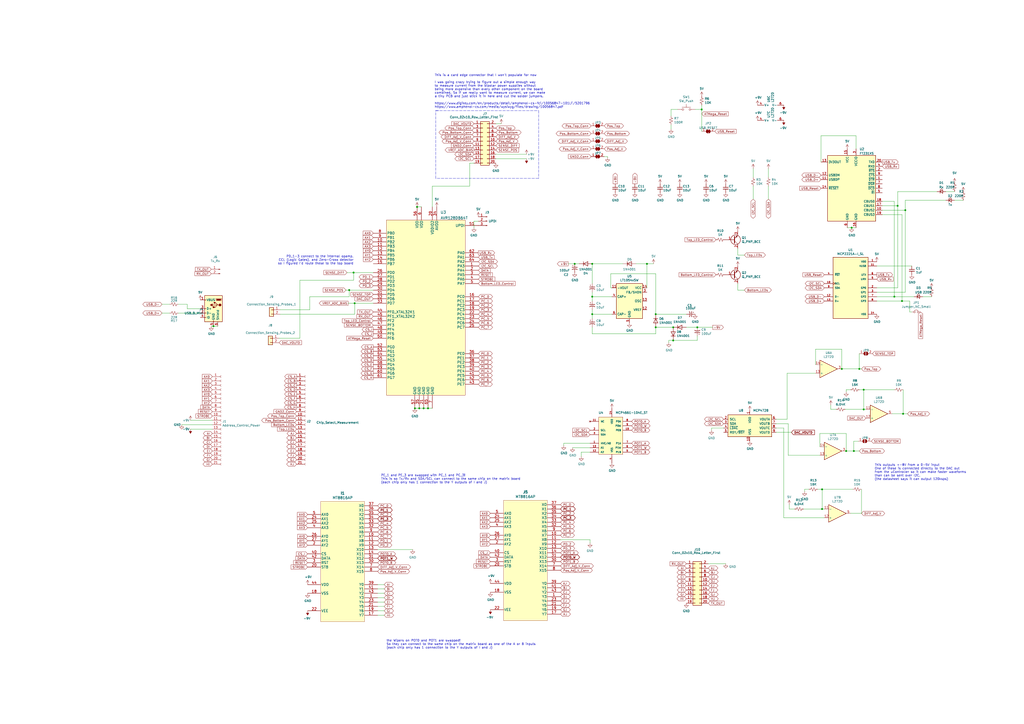
<source format=kicad_sch>
(kicad_sch (version 20211123) (generator eeschema)
  (paper "A2")
  (junction (at 390.525 197.485))
  (junction (at 501.015 226.06))
  (junction (at 390.525 189.865))
  (junction (at 498.475 213.995))
  (junction (at 380.365 182.245))
  (junction (at 123.825 189.23))
  (junction (at 375.285 153.035))
  (junction (at 523.875 240.03))
  (junction (at 343.535 172.085))
  (junction (at 205.74 175.895))
  (junction (at 380.365 189.865))
  (junction (at 343.535 182.245))
  (junction (at 490.855 261.62))
  (junction (at 501.015 237.49))
  (junction (at 407.035 63.5))
  (junction (at 343.535 153.035))
  (junction (at 488.315 213.995))
  (junction (at 202.565 168.275))
  (junction (at 476.885 295.275))
  (junction (at 243.205 236.855))
  (junction (at 476.885 283.845))
  (junction (at 245.745 236.855))
  (junction (at 404.495 189.865))
  (junction (at 525.145 121.92))
  (junction (at 494.03 132.08))
  (junction (at 240.665 236.855))
  (junction (at 520.7 119.38))
  (junction (at 248.285 236.855))
  (junction (at 518.795 172.085))
  (junction (at 241.935 120.015))
  (junction (at 205.105 158.115))
  (junction (at 333.375 153.035))
  (junction (at 523.24 174.625))
  (junction (at 495.3 261.62))
  (wire (pts (xy 457.835 292.735) (xy 457.835 295.275)))
  (wire (pts (xy 287.655 92.075) (xy 305.435 92.075)))
  (wire (pts (xy 508.635 169.545) (xy 525.145 169.545)))
  (wire (pts (xy 475.615 259.08) (xy 475.615 251.46)))
  (wire (pts (xy 250.825 107.95) (xy 272.415 107.95)))
  (wire (pts (xy 511.81 116.84) (xy 518.795 116.84)))
  (wire (pts (xy 454.66 300.355) (xy 478.155 300.355)))
  (wire (pts (xy 501.015 237.49) (xy 502.285 237.49)))
  (wire (pts (xy 520.7 167.005) (xy 508.635 167.005)))
  (wire (pts (xy 490.855 251.46) (xy 490.855 261.62)))
  (wire (pts (xy 523.24 124.46) (xy 523.24 174.625)))
  (wire (pts (xy 103.505 181.61) (xy 116.205 181.61)))
  (wire (pts (xy 103.505 176.53) (xy 108.585 176.53)))
  (wire (pts (xy 380.365 189.865) (xy 390.525 189.865)))
  (wire (pts (xy 523.875 240.03) (xy 526.415 240.03)))
  (wire (pts (xy 457.2 245.745) (xy 457.2 264.16)))
  (wire (pts (xy 274.955 94.615) (xy 272.415 94.615)))
  (wire (pts (xy 179.705 172.085) (xy 179.705 179.705)))
  (wire (pts (xy 202.565 172.085) (xy 179.705 172.085)))
  (wire (pts (xy 427.99 147.955) (xy 431.8 147.955)))
  (wire (pts (xy 523.875 226.06) (xy 523.875 240.03)))
  (wire (pts (xy 380.365 193.675) (xy 380.365 189.865)))
  (wire (pts (xy 380.365 158.75) (xy 354.33 158.75)))
  (wire (pts (xy 327.025 257.175) (xy 327.025 258.445)))
  (wire (pts (xy 491.49 132.08) (xy 494.03 132.08)))
  (wire (pts (xy 161.925 196.215) (xy 173.99 196.215)))
  (wire (pts (xy 277.495 128.27) (xy 274.955 128.27)))
  (wire (pts (xy 499.745 297.815) (xy 493.395 297.815)))
  (wire (pts (xy 287.655 89.535) (xy 305.435 89.535)))
  (wire (pts (xy 475.615 264.16) (xy 457.2 264.16)))
  (wire (pts (xy 342.265 259.715) (xy 332.105 259.715)))
  (wire (pts (xy 518.795 116.84) (xy 518.795 172.085)))
  (wire (pts (xy 459.105 250.825) (xy 450.215 250.825)))
  (wire (pts (xy 558.8 116.205) (xy 553.72 116.205)))
  (wire (pts (xy 511.81 121.92) (xy 525.145 121.92)))
  (wire (pts (xy 219.075 354.33) (xy 222.885 354.33)))
  (wire (pts (xy 342.265 313.055) (xy 325.12 313.055)))
  (wire (pts (xy 205.105 158.115) (xy 205.105 162.56)))
  (wire (pts (xy 337.185 262.255) (xy 342.265 262.255)))
  (wire (pts (xy 368.935 153.035) (xy 375.285 153.035)))
  (wire (pts (xy 333.375 153.035) (xy 329.565 153.035)))
  (wire (pts (xy 475.615 251.46) (xy 490.855 251.46)))
  (wire (pts (xy 219.075 318.77) (xy 239.395 318.77)))
  (wire (pts (xy 527.685 174.625) (xy 523.24 174.625)))
  (wire (pts (xy 473.075 216.535) (xy 456.565 216.535)))
  (wire (pts (xy 205.105 158.115) (xy 216.535 158.115)))
  (wire (pts (xy 457.2 245.745) (xy 450.215 245.745)))
  (wire (pts (xy 496.57 78.74) (xy 496.57 86.36)))
  (wire (pts (xy 490.855 226.06) (xy 490.855 227.33)))
  (wire (pts (xy 201.93 175.895) (xy 205.74 175.895)))
  (wire (pts (xy 525.145 116.205) (xy 548.64 116.205)))
  (wire (pts (xy 548.64 111.125) (xy 553.72 111.125)))
  (wire (pts (xy 476.885 283.845) (xy 494.665 283.845)))
  (wire (pts (xy 495.3 255.905) (xy 495.3 261.62)))
  (wire (pts (xy 456.565 243.205) (xy 450.215 243.205)))
  (wire (pts (xy 105.41 246.38) (xy 123.19 246.38)))
  (wire (pts (xy 476.885 295.275) (xy 478.155 295.275)))
  (wire (pts (xy 412.75 248.285) (xy 419.735 248.285)))
  (polyline (pts (xy 252.73 64.135) (xy 254.635 64.135)))
  (wire (pts (xy 473.075 202.565) (xy 473.075 211.455)))
  (wire (pts (xy 108.585 179.07) (xy 116.205 179.07)))
  (wire (pts (xy 523.875 240.03) (xy 517.525 240.03)))
  (wire (pts (xy 520.7 119.38) (xy 520.7 167.005)))
  (wire (pts (xy 527.685 174.625) (xy 527.685 180.975)))
  (wire (pts (xy 404.495 194.945) (xy 404.495 197.485)))
  (wire (pts (xy 490.22 237.49) (xy 501.015 237.49)))
  (wire (pts (xy 412.75 249.555) (xy 412.75 248.285)))
  (wire (pts (xy 110.49 248.92) (xy 123.19 248.92)))
  (wire (pts (xy 272.415 94.615) (xy 272.415 107.95)))
  (wire (pts (xy 287.655 71.755) (xy 290.83 71.755)))
  (wire (pts (xy 375.285 153.035) (xy 375.285 167.005)))
  (wire (pts (xy 407.035 63.5) (xy 407.035 76.2)))
  (wire (pts (xy 333.375 153.035) (xy 335.915 153.035)))
  (wire (pts (xy 219.075 341.63) (xy 222.885 341.63)))
  (wire (pts (xy 476.25 93.98) (xy 476.25 78.74)))
  (wire (pts (xy 241.935 120.015) (xy 244.475 120.015)))
  (wire (pts (xy 342.265 314.96) (xy 342.265 313.055)))
  (wire (pts (xy 173.99 162.56) (xy 173.99 196.215)))
  (wire (pts (xy 219.075 346.71) (xy 222.885 346.71)))
  (wire (pts (xy 201.295 158.115) (xy 205.105 158.115)))
  (wire (pts (xy 343.535 164.465) (xy 343.535 153.035)))
  (polyline (pts (xy 312.42 64.135) (xy 312.42 103.505)))
  (wire (pts (xy 493.395 226.06) (xy 490.855 226.06)))
  (wire (pts (xy 343.535 179.705) (xy 343.535 182.245)))
  (wire (pts (xy 525.145 169.545) (xy 525.145 121.92)))
  (wire (pts (xy 407.035 63.5) (xy 403.225 63.5)))
  (wire (pts (xy 457.835 295.275) (xy 461.01 295.275)))
  (wire (pts (xy 518.795 172.085) (xy 508.635 172.085)))
  (wire (pts (xy 436.88 107.95) (xy 436.88 115.57)))
  (wire (pts (xy 200.66 168.275) (xy 202.565 168.275)))
  (wire (pts (xy 123.825 189.23) (xy 126.365 189.23)))
  (wire (pts (xy 454.66 248.285) (xy 454.66 300.355)))
  (wire (pts (xy 248.285 236.855) (xy 250.825 236.855)))
  (wire (pts (xy 498.475 213.995) (xy 499.745 213.995)))
  (wire (pts (xy 498.475 205.105) (xy 498.475 213.995)))
  (wire (pts (xy 473.075 202.565) (xy 488.315 202.565)))
  (wire (pts (xy 219.075 351.79) (xy 222.885 351.79)))
  (wire (pts (xy 245.745 236.855) (xy 248.285 236.855)))
  (wire (pts (xy 343.535 193.675) (xy 380.365 193.675)))
  (wire (pts (xy 511.81 119.38) (xy 520.7 119.38)))
  (wire (pts (xy 354.33 167.005) (xy 354.965 167.005)))
  (wire (pts (xy 390.525 197.485) (xy 387.985 197.485)))
  (wire (pts (xy 93.98 176.53) (xy 98.425 176.53)))
  (wire (pts (xy 202.565 168.275) (xy 202.565 172.085)))
  (wire (pts (xy 202.565 168.275) (xy 216.535 168.275)))
  (wire (pts (xy 501.015 226.06) (xy 518.795 226.06)))
  (wire (pts (xy 488.315 213.995) (xy 498.475 213.995)))
  (wire (pts (xy 490.855 261.62) (xy 495.3 261.62)))
  (wire (pts (xy 476.885 283.845) (xy 474.345 283.845)))
  (wire (pts (xy 389.255 72.39) (xy 389.255 74.93)))
  (wire (pts (xy 354.33 158.75) (xy 354.33 167.005)))
  (wire (pts (xy 476.885 283.845) (xy 476.885 295.275)))
  (wire (pts (xy 499.745 283.845) (xy 499.745 297.815)))
  (wire (pts (xy 450.215 248.285) (xy 454.66 248.285)))
  (wire (pts (xy 520.7 111.125) (xy 520.7 119.38)))
  (wire (pts (xy 219.075 349.25) (xy 222.885 349.25)))
  (wire (pts (xy 274.955 128.27) (xy 274.955 132.08)))
  (wire (pts (xy 404.495 197.485) (xy 390.525 197.485)))
  (wire (pts (xy 481.965 234.95) (xy 481.965 237.49)))
  (wire (pts (xy 352.425 90.805) (xy 352.425 91.44)))
  (wire (pts (xy 205.74 175.895) (xy 216.535 175.895)))
  (wire (pts (xy 469.265 283.845) (xy 466.725 283.845)))
  (wire (pts (xy 410.845 327.025) (xy 421.005 327.025)))
  (wire (pts (xy 466.09 295.275) (xy 476.885 295.275)))
  (wire (pts (xy 393.065 63.5) (xy 389.255 63.5)))
  (wire (pts (xy 243.205 236.855) (xy 245.745 236.855)))
  (wire (pts (xy 179.705 179.705) (xy 162.56 179.705)))
  (wire (pts (xy 219.075 344.17) (xy 222.885 344.17)))
  (wire (pts (xy 123.19 243.84) (xy 110.49 243.84)))
  (wire (pts (xy 250.825 120.015) (xy 250.825 107.95)))
  (wire (pts (xy 343.535 189.865) (xy 343.535 193.675)))
  (wire (pts (xy 205.105 162.56) (xy 173.99 162.56)))
  (wire (pts (xy 495.3 261.62) (xy 498.475 261.62)))
  (wire (pts (xy 162.56 182.245) (xy 205.74 182.245)))
  (wire (pts (xy 343.535 172.085) (xy 343.535 169.545)))
  (wire (pts (xy 466.725 283.845) (xy 466.725 285.115)))
  (wire (pts (xy 219.075 356.87) (xy 222.885 356.87)))
  (wire (pts (xy 354.965 172.085) (xy 343.535 172.085)))
  (polyline (pts (xy 312.42 103.505) (xy 252.73 103.505)))
  (wire (pts (xy 456.565 216.535) (xy 456.565 243.205)))
  (wire (pts (xy 527.685 180.975) (xy 528.955 180.975)))
  (wire (pts (xy 240.665 236.855) (xy 243.205 236.855)))
  (wire (pts (xy 523.24 174.625) (xy 508.635 174.625)))
  (wire (pts (xy 427.99 168.275) (xy 431.8 168.275)))
  (wire (pts (xy 501.015 226.06) (xy 498.475 226.06)))
  (wire (pts (xy 488.315 213.995) (xy 488.315 202.565)))
  (wire (pts (xy 375.285 153.035) (xy 379.095 153.035)))
  (wire (pts (xy 343.535 182.245) (xy 343.535 184.785)))
  (wire (pts (xy 525.145 121.92) (xy 525.145 116.205)))
  (wire (pts (xy 481.965 237.49) (xy 485.14 237.49)))
  (wire (pts (xy 219.075 339.09) (xy 222.885 339.09)))
  (wire (pts (xy 528.955 154.305) (xy 508.635 154.305)))
  (wire (pts (xy 93.98 181.61) (xy 98.425 181.61)))
  (wire (pts (xy 122.555 189.23) (xy 123.825 189.23)))
  (wire (pts (xy 354.965 182.245) (xy 343.535 182.245)))
  (wire (pts (xy 543.56 111.125) (xy 520.7 111.125)))
  (wire (pts (xy 205.74 175.895) (xy 205.74 182.245)))
  (wire (pts (xy 497.84 255.905) (xy 495.3 255.905)))
  (wire (pts (xy 389.255 63.5) (xy 389.255 67.31)))
  (wire (pts (xy 476.25 78.74) (xy 496.57 78.74)))
  (wire (pts (xy 343.535 153.035) (xy 361.315 153.035)))
  (wire (pts (xy 407.035 63.5) (xy 407.035 60.96)))
  (wire (pts (xy 350.52 90.805) (xy 352.425 90.805)))
  (wire (pts (xy 511.81 124.46) (xy 523.24 124.46)))
  (wire (pts (xy 535.305 172.085) (xy 540.385 172.085)))
  (wire (pts (xy 343.535 174.625) (xy 343.535 172.085)))
  (polyline (pts (xy 252.73 64.135) (xy 312.42 64.135)))
  (wire (pts (xy 427.99 144.145) (xy 427.99 147.955)))
  (wire (pts (xy 108.585 176.53) (xy 108.585 179.07)))
  (wire (pts (xy 337.185 264.795) (xy 337.185 262.255)))
  (wire (pts (xy 380.365 182.245) (xy 380.365 158.75)))
  (wire (pts (xy 398.145 189.865) (xy 404.495 189.865)))
  (wire (pts (xy 436.88 102.87) (xy 436.88 97.79)))
  (wire (pts (xy 387.985 197.485) (xy 387.985 198.755)))
  (wire (pts (xy 445.77 107.95) (xy 445.77 115.57)))
  (wire (pts (xy 404.495 189.865) (xy 413.385 189.865)))
  (wire (pts (xy 494.03 132.08) (xy 496.57 132.08)))
  (polyline (pts (xy 252.73 103.505) (xy 252.73 64.135)))
  (wire (pts (xy 501.015 226.06) (xy 501.015 237.49)))
  (wire (pts (xy 342.265 257.175) (xy 327.025 257.175)))
  (wire (pts (xy 530.225 172.085) (xy 518.795 172.085)))
  (wire (pts (xy 427.99 164.465) (xy 427.99 168.275)))
  (wire (pts (xy 380.365 182.245) (xy 398.145 182.245)))
  (wire (pts (xy 445.77 97.79) (xy 445.77 102.87)))
  (text "This is a card edge connector that I won't populate for now\n\nI was going crazy trying to figure out a simple enough way\nto measure current from the bipolar power supplies without\nbeing more expensive than every other component on the board\ncombined. So if we really want to measure current, we can make \na tiny PCB and just stick it in here and cut the solder jumpers.\n\nhttps://www.digikey.com/en/products/detail/amphenol-cs-fci/10056847-101LF/5201796\nhttps://www.amphenol-cs.com/media/wysiwyg/files/drawing/10056847.pdf" (at 252.095 62.865 0) (effects (font (size 1.27 1.27)) (justify left bottom)))
  (text "PD_1-3 connect to the internal opamp,\nCCL (Logic Gates), and Zero-Cross detector\nso I figured I'd route these to the top board" (at 205.105 153.67 0) (effects (font (size 1.27 1.27)) (justify right bottom)))
  (text "This outputs +-8V from a 0-5V input\nOne of these is connected directly to the DAC out \nfrom the uController so it can make faster waveforms\nthan can be sent over I2C.\n(the datasheet says it can output 120ksps)" (at 507.365 278.765 0) (effects (font (size 1.27 1.27)) (justify left bottom)))
  (text "PE_1 and PE_3 are swapped with PC_1 and PC_3!\nThis is so Tx/Rx and SDA/SCL can connect to the same chip on the matrix board\n(each chip only has 1 connection to the Y outputs of I and J)" (at 220.98 280.67 0) (effects (font (size 1.27 1.27)) (justify left bottom)))
  (text "the Wipers on POT0 and POT1 are swapped!\nSo they can connect to the same chip on the matrix board as one of the A or B inputs\n(each chip only has 1 connection to the Y outputs of I and J)" (at 224.155 376.555 0) (effects (font (size 1.27 1.27)) (justify left bottom)))
  (global_label "Pos_Top_Conn" (shape bidirectional) (at 172.085 241.3 180) (property "Intersheet References" "${INTERSHEET_REFS}" (effects hide)))
  (global_label "GJ" (shape bidirectional) (at 410.845 344.805 0) (property "Intersheet References" "${INTERSHEET_REFS}" (effects hide)))
  (global_label "STROBE" (shape input) (at 178.435 328.93 180) (property "Intersheet References" "${INTERSHEET_REFS}" (effects hide)))
  (global_label "GND2_Conn" (shape input) (at 342.9 90.805 180) (property "Intersheet References" "${INTERSHEET_REFS}" (effects hide)))
  (global_label "PC_7" (shape bidirectional) (at 219.075 311.15 0) (property "Intersheet References" "${INTERSHEET_REFS}" (effects hide)))
  (global_label "PC_4" (shape bidirectional) (at 277.495 182.245 0) (property "Intersheet References" "${INTERSHEET_REFS}" (effects hide)))
  (global_label "FJ" (shape bidirectional) (at 172.085 264.16 180) (property "Intersheet References" "${INTERSHEET_REFS}" (effects hide)))
  (global_label "CS_F" (shape output) (at 172.085 231.14 180) (property "Intersheet References" "${INTERSHEET_REFS}" (effects hide)))
  (global_label "CI" (shape bidirectional) (at 398.145 334.645 180) (property "Intersheet References" "${INTERSHEET_REFS}" (effects hide)))
  (global_label "VREF_ADC_BIAS" (shape output) (at 274.955 86.995 180) (property "Intersheet References" "${INTERSHEET_REFS}" (effects hide)))
  (global_label "EJ" (shape bidirectional) (at 410.845 339.725 0) (property "Intersheet References" "${INTERSHEET_REFS}" (effects hide)))
  (global_label "DATA" (shape input) (at 284.48 323.215 180) (property "Intersheet References" "${INTERSHEET_REFS}" (effects hide)))
  (global_label "SENSE_POS" (shape input) (at 287.655 86.995 0) (property "Intersheet References" "${INTERSHEET_REFS}" (effects hide)))
  (global_label "DAC_OUT" (shape input) (at 216.535 173.355 180) (property "Intersheet References" "${INTERSHEET_REFS}" (effects hide)))
  (global_label "Pos_Adj_V" (shape bidirectional) (at 526.415 240.03 0) (property "Intersheet References" "${INTERSHEET_REFS}" (effects hide)))
  (global_label "USB_Rx" (shape output) (at 277.495 146.685 0) (property "Intersheet References" "${INTERSHEET_REFS}" (effects hide)))
  (global_label "CS_J" (shape output) (at 216.535 193.675 180) (property "Intersheet References" "${INTERSHEET_REFS}" (effects hide)))
  (global_label "POT1_A" (shape bidirectional) (at 325.12 320.675 0) (property "Intersheet References" "${INTERSHEET_REFS}" (effects hide)))
  (global_label "AJ" (shape bidirectional) (at 325.12 338.455 0) (property "Intersheet References" "${INTERSHEET_REFS}" (effects hide)))
  (global_label "DATA" (shape input) (at 277.495 156.845 0) (property "Intersheet References" "${INTERSHEET_REFS}" (effects hide)))
  (global_label "AY2" (shape input) (at 284.48 315.595 180) (property "Intersheet References" "${INTERSHEET_REFS}" (effects hide)))
  (global_label "USB_Tx" (shape output) (at 511.81 93.98 0) (property "Intersheet References" "${INTERSHEET_REFS}" (effects hide)))
  (global_label "USB_Reset" (shape input) (at 476.25 109.22 180) (property "Intersheet References" "${INTERSHEET_REFS}" (effects hide)))
  (global_label "PD_3" (shape bidirectional) (at 216.535 165.735 180) (property "Intersheet References" "${INTERSHEET_REFS}" (effects hide)))
  (global_label "CS_B" (shape output) (at 216.535 203.835 180) (property "Intersheet References" "${INTERSHEET_REFS}" (effects hide)))
  (global_label "DIFF_Adj_V_Conn" (shape bidirectional) (at 342.9 81.915 180) (property "Intersheet References" "${INTERSHEET_REFS}" (effects hide)))
  (global_label "SENSE_TOP" (shape input) (at 216.535 170.815 180) (property "Intersheet References" "${INTERSHEET_REFS}" (effects hide)))
  (global_label "USB_Reset" (shape input) (at 414.655 76.2 0) (property "Intersheet References" "${INTERSHEET_REFS}" (effects hide)))
  (global_label "AX0" (shape input) (at 123.19 218.44 180) (property "Intersheet References" "${INTERSHEET_REFS}" (effects hide)))
  (global_label "PC_6" (shape bidirectional) (at 277.495 187.325 0) (property "Intersheet References" "${INTERSHEET_REFS}" (effects hide)))
  (global_label "AX3" (shape input) (at 216.535 142.875 180) (property "Intersheet References" "${INTERSHEET_REFS}" (effects hide)))
  (global_label "DI" (shape bidirectional) (at 123.19 259.08 180) (property "Intersheet References" "${INTERSHEET_REFS}" (effects hide)))
  (global_label "PD_3" (shape bidirectional) (at 325.12 318.135 0) (property "Intersheet References" "${INTERSHEET_REFS}" (effects hide)))
  (global_label "Pos_Adj_V_Conn" (shape bidirectional) (at 325.12 330.835 0) (property "Intersheet References" "${INTERSHEET_REFS}" (effects hide)))
  (global_label "CS_A" (shape output) (at 216.535 201.295 180) (property "Intersheet References" "${INTERSHEET_REFS}" (effects hide)))
  (global_label "AY2" (shape input) (at 123.19 233.68 180) (property "Intersheet References" "${INTERSHEET_REFS}" (effects hide)))
  (global_label "PE_6" (shape bidirectional) (at 325.12 307.975 0) (property "Intersheet References" "${INTERSHEET_REFS}" (effects hide)))
  (global_label "AY1" (shape input) (at 123.19 231.14 180) (property "Intersheet References" "${INTERSHEET_REFS}" (effects hide)))
  (global_label "CS_C" (shape output) (at 216.535 206.375 180) (property "Intersheet References" "${INTERSHEET_REFS}" (effects hide)))
  (global_label "AY1" (shape input) (at 178.435 313.69 180) (property "Intersheet References" "${INTERSHEET_REFS}" (effects hide)))
  (global_label "CJ" (shape bidirectional) (at 172.085 256.54 180) (property "Intersheet References" "${INTERSHEET_REFS}" (effects hide)))
  (global_label "RX_OUT" (shape input) (at 122.555 158.75 180) (property "Intersheet References" "${INTERSHEET_REFS}" (effects hide)))
  (global_label "CS_A" (shape output) (at 172.085 218.44 180) (property "Intersheet References" "${INTERSHEET_REFS}" (effects hide)))
  (global_label "USB_Rx" (shape input) (at 511.81 96.52 0) (property "Intersheet References" "${INTERSHEET_REFS}" (effects hide)))
  (global_label "FI" (shape bidirectional) (at 398.145 342.265 180) (property "Intersheet References" "${INTERSHEET_REFS}" (effects hide)))
  (global_label "AX0" (shape input) (at 216.535 135.255 180) (property "Intersheet References" "${INTERSHEET_REFS}" (effects hide)))
  (global_label "CS_I" (shape input) (at 178.435 321.31 180) (property "Intersheet References" "${INTERSHEET_REFS}" (effects hide)))
  (global_label "AY2" (shape input) (at 216.535 150.495 180) (property "Intersheet References" "${INTERSHEET_REFS}" (effects hide)))
  (global_label "RESET" (shape input) (at 277.495 159.385 0) (property "Intersheet References" "${INTERSHEET_REFS}" (effects hide)))
  (global_label "Pos_Bottom" (shape bidirectional) (at 350.52 77.47 0) (property "Intersheet References" "${INTERSHEET_REFS}" (effects hide)))
  (global_label "PD_2" (shape bidirectional) (at 325.12 315.595 0) (property "Intersheet References" "${INTERSHEET_REFS}" (effects hide)))
  (global_label "RESET" (shape input) (at 123.19 238.76 180) (property "Intersheet References" "${INTERSHEET_REFS}" (effects hide)))
  (global_label "HJ" (shape bidirectional) (at 410.845 347.345 0) (property "Intersheet References" "${INTERSHEET_REFS}" (effects hide)))
  (global_label "GND2_Conn" (shape input) (at 274.955 84.455 180) (property "Intersheet References" "${INTERSHEET_REFS}" (effects hide)))
  (global_label "PC_3" (shape bidirectional) (at 325.12 300.355 0) (effects (font (thickness 0.254) bold)) (property "Intersheet References" "${INTERSHEET_REFS}" (effects hide)))
  (global_label "PC_0" (shape bidirectional) (at 277.495 172.085 0) (property "Intersheet References" "${INTERSHEET_REFS}" (effects hide)))
  (global_label "CJ" (shape bidirectional) (at 325.12 343.535 0) (property "Intersheet References" "${INTERSHEET_REFS}" (effects hide)))
  (global_label "SENSE_BOTTOM" (shape input) (at 216.535 188.595 180) (property "Intersheet References" "${INTERSHEET_REFS}" (effects hide)))
  (global_label "USB_Tx" (shape input) (at 277.495 149.225 0) (property "Intersheet References" "${INTERSHEET_REFS}" (effects hide)))
  (global_label "USB_D-" (shape bidirectional) (at 476.25 101.6 180) (property "Intersheet References" "${INTERSHEET_REFS}" (effects hide)))
  (global_label "TX_OUT" (shape input) (at 122.555 156.21 180) (property "Intersheet References" "${INTERSHEET_REFS}" (effects hide)))
  (global_label "CI" (shape bidirectional) (at 123.19 256.54 180) (property "Intersheet References" "${INTERSHEET_REFS}" (effects hide)))
  (global_label "Pos_Bottom" (shape bidirectional) (at 287.655 76.835 0) (property "Intersheet References" "${INTERSHEET_REFS}" (effects hide)))
  (global_label "FI" (shape bidirectional) (at 123.19 264.16 180) (property "Intersheet References" "${INTERSHEET_REFS}" (effects hide)))
  (global_label "ATMega_Reset" (shape input) (at 407.035 66.04 0) (property "Intersheet References" "${INTERSHEET_REFS}" (effects hide)))
  (global_label "USB_D+" (shape bidirectional) (at 93.98 181.61 180) (property "Intersheet References" "${INTERSHEET_REFS}" (effects hide)))
  (global_label "PE_4" (shape bidirectional) (at 325.12 302.895 0) (property "Intersheet References" "${INTERSHEET_REFS}" (effects hide)))
  (global_label "AY0" (shape input) (at 123.19 228.6 180) (property "Intersheet References" "${INTERSHEET_REFS}" (effects hide)))
  (global_label "RESET" (shape input) (at 178.435 326.39 180) (property "Intersheet References" "${INTERSHEET_REFS}" (effects hide)))
  (global_label "GI" (shape bidirectional) (at 123.19 266.7 180) (property "Intersheet References" "${INTERSHEET_REFS}" (effects hide)))
  (global_label "USB_D+" (shape bidirectional) (at 476.25 104.14 180) (property "Intersheet References" "${INTERSHEET_REFS}" (effects hide)))
  (global_label "DAC_VOUTD" (shape input) (at 459.105 250.825 0) (effects (font (thickness 0.254) bold)) (property "Intersheet References" "${INTERSHEET_REFS}" (effects hide)))
  (global_label "POT0_B" (shape bidirectional) (at 219.075 326.39 0) (property "Intersheet References" "${INTERSHEET_REFS}" (effects hide)))
  (global_label "CS_E" (shape output) (at 216.535 211.455 180) (property "Intersheet References" "${INTERSHEET_REFS}" (effects hide)))
  (global_label "STROBE" (shape input) (at 284.48 328.295 180) (property "Intersheet References" "${INTERSHEET_REFS}" (effects hide)))
  (global_label "PE_3" (shape bidirectional) (at 219.075 300.99 0) (effects (font (thickness 0.254) bold)) (property "Intersheet References" "${INTERSHEET_REFS}" (effects hide)))
  (global_label "AY1" (shape input) (at 284.48 313.055 180) (property "Intersheet References" "${INTERSHEET_REFS}" (effects hide)))
  (global_label "PC_1" (shape bidirectional) (at 325.12 295.275 0) (effects (font (thickness 0.254) bold)) (property "Intersheet References" "${INTERSHEET_REFS}" (effects hide)))
  (global_label "CS_H" (shape output) (at 216.535 219.075 180) (property "Intersheet References" "${INTERSHEET_REFS}" (effects hide)))
  (global_label "DATA" (shape input) (at 123.19 236.22 180) (property "Intersheet References" "${INTERSHEET_REFS}" (effects hide)))
  (global_label "Pos_Bottom_Conn" (shape bidirectional) (at 342.9 77.47 180) (property "Intersheet References" "${INTERSHEET_REFS}" (effects hide)))
  (global_label "Pos_Top" (shape bidirectional) (at 350.52 73.025 0) (property "Intersheet References" "${INTERSHEET_REFS}" (effects hide)))
  (global_label "POT1_B" (shape bidirectional) (at 325.12 325.755 0) (property "Intersheet References" "${INTERSHEET_REFS}" (effects hide)))
  (global_label "AI" (shape bidirectional) (at 123.19 251.46 180) (property "Intersheet References" "${INTERSHEET_REFS}" (effects hide)))
  (global_label "PE_2" (shape bidirectional) (at 325.12 297.815 0) (property "Intersheet References" "${INTERSHEET_REFS}" (effects hide)))
  (global_label "GND2_Conn" (shape input) (at 172.085 238.76 180) (property "Intersheet References" "${INTERSHEET_REFS}" (effects hide)))
  (global_label "PC_1" (shape bidirectional) (at 277.495 174.625 0) (property "Intersheet References" "${INTERSHEET_REFS}" (effects hide)))
  (global_label "DATA" (shape input) (at 178.435 323.85 180) (property "Intersheet References" "${INTERSHEET_REFS}" (effects hide)))
  (global_label "Pos_Top_Conn" (shape bidirectional) (at 274.955 74.295 180) (property "Intersheet References" "${INTERSHEET_REFS}" (effects hide)))
  (global_label "-9V" (shape output) (at 413.385 189.865 0) (property "Intersheet References" "${INTERSHEET_REFS}" (effects hide)))
  (global_label "AX1" (shape input) (at 284.48 300.355 180) (property "Intersheet References" "${INTERSHEET_REFS}" (effects hide)))
  (global_label "EJ" (shape bidirectional) (at 325.12 348.615 0) (property "Intersheet References" "${INTERSHEET_REFS}" (effects hide)))
  (global_label "ATMega_Reset" (shape input) (at 534.035 180.975 270) (property "Intersheet References" "${INTERSHEET_REFS}" (effects hide)))
  (global_label "CS_G" (shape output) (at 216.535 216.535 180) (property "Intersheet References" "${INTERSHEET_REFS}" (effects hide)))
  (global_label "CS_J" (shape input) (at 284.48 320.675 180) (property "Intersheet References" "${INTERSHEET_REFS}" (effects hide)))
  (global_label "TX_OUT" (shape input) (at 216.535 180.975 180) (property "Intersheet References" "${INTERSHEET_REFS}" (effects hide)))
  (global_label "DJ" (shape bidirectional) (at 325.12 346.075 0) (property "Intersheet References" "${INTERSHEET_REFS}" (effects hide)))
  (global_label "DAC_VOUTD" (shape input) (at 274.955 71.755 180) (property "Intersheet References" "${INTERSHEET_REFS}" (effects hide)))
  (global_label "RESET" (shape input) (at 284.48 325.755 180) (property "Intersheet References" "${INTERSHEET_REFS}" (effects hide)))
  (global_label "AY1" (shape input) (at 216.535 147.955 180) (property "Intersheet References" "${INTERSHEET_REFS}" (effects hide)))
  (global_label "Pos_Adj_V_Conn" (shape bidirectional) (at 274.955 81.915 180) (property "Intersheet References" "${INTERSHEET_REFS}" (effects hide)))
  (global_label "RX_OUT" (shape input) (at 398.145 327.025 180) (property "Intersheet References" "${INTERSHEET_REFS}" (effects hide)))
  (global_label "PC_5" (shape bidirectional) (at 219.075 306.07 0) (property "Intersheet References" "${INTERSHEET_REFS}" (effects hide)))
  (global_label "AJ" (shape bidirectional) (at 172.085 251.46 180) (property "Intersheet References" "${INTERSHEET_REFS}" (effects hide)))
  (global_label "PC_4" (shape bidirectional) (at 219.075 303.53 0) (property "Intersheet References" "${INTERSHEET_REFS}" (effects hide)))
  (global_label "POT1_A" (shape bidirectional) (at 366.395 257.175 0) (property "Intersheet References" "${INTERSHEET_REFS}" (effects hide)))
  (global_label "AJ" (shape bidirectional) (at 410.845 329.565 0) (property "Intersheet References" "${INTERSHEET_REFS}" (effects hide)))
  (global_label "EI" (shape bidirectional) (at 222.885 349.25 0) (property "Intersheet References" "${INTERSHEET_REFS}" (effects hide)))
  (global_label "AX2" (shape input) (at 178.435 303.53 180) (property "Intersheet References" "${INTERSHEET_REFS}" (effects hide)))
  (global_label "POT0_W" (shape bidirectional) (at 325.12 323.215 0) (effects (font (thickness 0.254) bold)) (property "Intersheet References" "${INTERSHEET_REFS}" (effects hide)))
  (global_label "HI" (shape bidirectional) (at 398.145 347.345 180) (property "Intersheet References" "${INTERSHEET_REFS}" (effects hide)))
  (global_label "I2C_SCL" (shape bidirectional) (at 277.495 154.305 0) (property "Intersheet References" "${INTERSHEET_REFS}" (effects hide)))
  (global_label "DAC_OUT" (shape input) (at 502.285 242.57 180) (property "Intersheet References" "${INTERSHEET_REFS}" (effects hide)))
  (global_label "PC_2" (shape bidirectional) (at 277.495 177.165 0) (property "Intersheet References" "${INTERSHEET_REFS}" (effects hide)))
  (global_label "AX1" (shape input) (at 123.19 220.98 180) (property "Intersheet References" "${INTERSHEET_REFS}" (effects hide)))
  (global_label "PE_6" (shape bidirectional) (at 277.495 220.345 0) (property "Intersheet References" "${INTERSHEET_REFS}" (effects hide)))
  (global_label "PE_1" (shape bidirectional) (at 219.075 295.91 0) (effects (font (thickness 0.254) bold)) (property "Intersheet References" "${INTERSHEET_REFS}" (effects hide)))
  (global_label "PC_2" (shape bidirectional) (at 219.075 298.45 0) (property "Intersheet References" "${INTERSHEET_REFS}" (effects hide)))
  (global_label "AY2" (shape input) (at 178.435 316.23 180) (property "Intersheet References" "${INTERSHEET_REFS}" (effects hide)))
  (global_label "PC_0" (shape bidirectional) (at 219.075 293.37 0) (property "Intersheet References" "${INTERSHEET_REFS}" (effects hide)))
  (global_label "DIFF_Adj_V_Conn" (shape bidirectional) (at 274.955 79.375 180) (property "Intersheet References" "${INTERSHEET_REFS}" (effects hide)))
  (global_label "Pos_Adj_V" (shape bidirectional) (at 350.52 86.36 0) (property "Intersheet References" "${INTERSHEET_REFS}" (effects hide)))
  (global_label "CS_H" (shape output) (at 172.085 236.22 180) (property "Intersheet References" "${INTERSHEET_REFS}" (effects hide)))
  (global_label "DJ" (shape bidirectional) (at 172.085 259.08 180) (property "Intersheet References" "${INTERSHEET_REFS}" (effects hide)))
  (global_label "DIFF_Adj_V" (shape bidirectional) (at 350.52 81.915 0) (property "Intersheet References" "${INTERSHEET_REFS}" (effects hide)))
  (global_label "AX2" (shape input) (at 284.48 302.895 180) (property "Intersheet References" "${INTERSHEET_REFS}" (effects hide)))
  (global_label "BI" (shape bidirectional) (at 398.145 332.105 180) (property "Intersheet References" "${INTERSHEET_REFS}" (effects hide)))
  (global_label "HI" (shape bidirectional) (at 222.885 356.87 0) (property "Intersheet References" "${INTERSHEET_REFS}" (effects hide)))
  (global_label "I2C_SCL" (shape bidirectional) (at 419.735 243.205 180) (property "Intersheet References" "${INTERSHEET_REFS}" (effects hide)))
  (global_label "I2C_SDA" (shape bidirectional) (at 277.495 151.765 0) (property "Intersheet References" "${INTERSHEET_REFS}" (effects hide)))
  (global_label "I2C_SDA" (shape bidirectional) (at 274.955 89.535 180) (property "Intersheet References" "${INTERSHEET_REFS}" (effects hide)))
  (global_label "POT0_A" (shape bidirectional) (at 219.075 321.31 0) (property "Intersheet References" "${INTERSHEET_REFS}" (effects hide)))
  (global_label "Pos_Adj_V" (shape bidirectional) (at 287.655 81.915 0) (property "Intersheet References" "${INTERSHEET_REFS}" (effects hide)))
  (global_label "CS_E" (shape output) (at 172.085 228.6 180) (property "Intersheet References" "${INTERSHEET_REFS}" (effects hide)))
  (global_label "Bottom_LEDs" (shape bidirectional) (at 431.8 168.275 0) (property "Intersheet References" "${INTERSHEET_REFS}" (effects hide)))
  (global_label "AY0" (shape input) (at 178.435 311.15 180) (property "Intersheet References" "${INTERSHEET_REFS}" (effects hide)))
  (global_label "GI" (shape bidirectional) (at 222.885 354.33 0) (property "Intersheet References" "${INTERSHEET_REFS}" (effects hide)))
  (global_label "PE_2" (shape bidirectional) (at 277.495 210.185 0) (property "Intersheet References" "${INTERSHEET_REFS}" (effects hide)))
  (global_label "Pos_Top" (shape bidirectional) (at 287.655 74.295 0) (property "Intersheet References" "${INTERSHEET_REFS}" (effects hide)))
  (global_label "I2C_SDA" (shape bidirectional) (at 445.77 115.57 270) (property "Intersheet References" "${INTERSHEET_REFS}" (effects hide)))
  (global_label "CS_C" (shape output) (at 172.085 223.52 180) (property "Intersheet References" "${INTERSHEET_REFS}" (effects hide)))
  (global_label "FI" (shape bidirectional) (at 222.885 351.79 0) (property "Intersheet References" "${INTERSHEET_REFS}" (effects hide)))
  (global_label "USB_D-" (shape bidirectional) (at 478.155 172.085 180) (property "Intersheet References" "${INTERSHEET_REFS}" (effects hide)))
  (global_label "CS_G" (shape output) (at 172.085 233.68 180) (property "Intersheet References" "${INTERSHEET_REFS}" (effects hide)))
  (global_label "Top_LED_Control" (shape input) (at 216.535 186.055 180) (property "Intersheet References" "${INTERSHEET_REFS}" (effects hide)))
  (global_label "+9V" (shape output) (at 329.565 153.035 180) (property "Intersheet References" "${INTERSHEET_REFS}" (effects hide)))
  (global_label "Pos_Bottom_Conn" (shape bidirectional) (at 172.085 243.84 180) (property "Intersheet References" "${INTERSHEET_REFS}" (effects hide)))
  (global_label "CS_F" (shape output) (at 216.535 213.995 180) (property "Intersheet References" "${INTERSHEET_REFS}" (effects hide)))
  (global_label "Pos_Top_Conn" (shape bidirectional) (at 342.9 73.025 180) (property "Intersheet References" "${INTERSHEET_REFS}" (effects hide)))
  (global_label "EI" (shape bidirectional) (at 398.145 339.725 180) (property "Intersheet References" "${INTERSHEET_REFS}" (effects hide)))
  (global_label "DIFF_Adj_V" (shape bidirectional) (at 499.745 297.815 0) (property "Intersheet References" "${INTERSHEET_REFS}" (effects hide)))
  (global_label "USB_Tx" (shape output) (at 508.635 159.385 0) (property "Intersheet References" "${INTERSHEET_REFS}" (effects hide)))
  (global_label "AI" (shape bidirectional) (at 222.885 339.09 0) (property "Intersheet References" "${INTERSHEET_REFS}" (effects hide)))
  (global_label "PE_3" (shape bidirectional) (at 277.495 212.725 0) (property "Intersheet References" "${INTERSHEET_REFS}" (effects hide)))
  (global_label "I2C_SDA" (shape bidirectional) (at 478.155 167.005 180) (property "Intersheet References" "${INTERSHEET_REFS}" (effects hide)))
  (global_label "POT0_B" (shape bidirectional) (at 366.395 249.555 0) (property "Intersheet References" "${INTERSHEET_REFS}" (effects hide)))
  (global_label "TX_OUT" (shape input) (at 410.845 349.885 0) (property "Intersheet References" "${INTERSHEET_REFS}" (effects hide)))
  (global_label "PD_1" (shape bidirectional) (at 216.535 160.655 180) (property "Intersheet References" "${INTERSHEET_REFS}" (effects hide)))
  (global_label "DIFF_Adj_V_Conn" (shape bidirectional) (at 325.12 328.295 0) (property "Intersheet References" "${INTERSHEET_REFS}" (effects hide)))
  (global_label "PC_6" (shape bidirectional) (at 219.075 308.61 0) (property "Intersheet References" "${INTERSHEET_REFS}" (effects hide)))
  (global_label "PC_3" (shape bidirectional) (at 277.495 179.705 0) (property "Intersheet References" "${INTERSHEET_REFS}" (effects hide)))
  (global_label "SENSE_DIFF" (shape input) (at 201.295 158.115 180) (property "Intersheet References" "${INTERSHEET_REFS}" (effects hide)))
  (global_label "PE_7" (shape bidirectional) (at 277.495 222.885 0) (property "Intersheet References" "${INTERSHEET_REFS}" (effects hide)))
  (global_label "DJ" (shape bidirectional) (at 410.845 337.185 0) (property "Intersheet References" "${INTERSHEET_REFS}" (effects hide)))
  (global_label "BJ" (shape bidirectional) (at 325.12 340.995 0) (property "Intersheet References" "${INTERSHEET_REFS}" (effects hide)))
  (global_label "BI" (shape bidirectional) (at 222.885 341.63 0) (property "Intersheet References" "${INTERSHEET_REFS}" (effects hide)))
  (global_label "PC_5" (shape bidirectional) (at 277.495 184.785 0) (property "Intersheet References" "${INTERSHEET_REFS}" (effects hide)))
  (global_label "GJ" (shape bidirectional) (at 172.085 266.7 180) (property "Intersheet References" "${INTERSHEET_REFS}" (effects hide)))
  (global_label "FJ" (shape bidirectional) (at 325.12 351.155 0) (property "Intersheet References" "${INTERSHEET_REFS}" (effects hide)))
  (global_label "AX2" (shape input) (at 123.19 223.52 180) (property "Intersheet References" "${INTERSHEET_REFS}" (effects hide)))
  (global_label "PE_0" (shape bidirectional) (at 325.12 292.735 0) (property "Intersheet References" "${INTERSHEET_REFS}" (effects hide)))
  (global_label "AI" (shape bidirectional) (at 398.145 329.565 180) (property "Intersheet References" "${INTERSHEET_REFS}" (effects hide)))
  (global_label "Pos_Bottom_Conn" (shape bidirectional) (at 274.955 76.835 180) (property "Intersheet References" "${INTERSHEET_REFS}" (effects hide)))
  (global_label "Bottom_LED_Control" (shape input) (at 277.495 164.465 0) (property "Intersheet References" "${INTERSHEET_REFS}" (effects hide)))
  (global_label "USB_Reset" (shape input) (at 478.155 159.385 180) (property "Intersheet References" "${INTERSHEET_REFS}" (effects hide)))
  (global_label "-9V" (shape output) (at 368.3 106.68 90) (property "Intersheet References" "${INTERSHEET_REFS}" (effects hide)))
  (global_label "POT1_B" (shape bidirectional) (at 366.395 262.255 0) (property "Intersheet References" "${INTERSHEET_REFS}" (effects hide)))
  (global_label "ATMega_Reset" (shape input) (at 216.535 196.215 180) (property "Intersheet References" "${INTERSHEET_REFS}" (effects hide)))
  (global_label "PE_4" (shape bidirectional) (at 277.495 215.265 0) (property "Intersheet References" "${INTERSHEET_REFS}" (effects hide)))
  (global_label "HJ" (shape bidirectional) (at 325.12 356.235 0) (property "Intersheet References" "${INTERSHEET_REFS}" (effects hide)))
  (global_label "SENSE_TOP" (shape input) (at 506.095 205.105 0) (property "Intersheet References" "${INTERSHEET_REFS}" (effects hide)))
  (global_label "HJ" (shape bidirectional) (at 172.085 269.24 180) (property "Intersheet References" "${INTERSHEET_REFS}" (effects hide)))
  (global_label "AY0" (shape input) (at 216.535 145.415 180) (property "Intersheet References" "${INTERSHEET_REFS}" (effects hide)))
  (global_label "SENSE_POS" (shape input) (at 200.66 168.275 180) (property "Intersheet References" "${INTERSHEET_REFS}" (effects hide)))
  (global_label "DIFF_Adj_V_Conn" (shape bidirectional) (at 219.075 328.93 0) (property "Intersheet References" "${INTERSHEET_REFS}" (effects hide)))
  (global_label "GI" (shape bidirectional) (at 398.145 344.805 180) (property "Intersheet References" "${INTERSHEET_REFS}" (effects hide)))
  (global_label "I2C_SCL" (shape input) (at 342.265 249.555 180) (property "Intersheet References" "${INTERSHEET_REFS}" (effects hide)))
  (global_label "Bottom_LED_Control" (shape input) (at 415.29 159.385 180) (property "Intersheet References" "${INTERSHEET_REFS}" (effects hide)))
  (global_label "GJ" (shape bidirectional) (at 325.12 353.695 0) (property "Intersheet References" "${INTERSHEET_REFS}" (effects hide)))
  (global_label "AX0" (shape input) (at 178.435 298.45 180) (property "Intersheet References" "${INTERSHEET_REFS}" (effects hide)))
  (global_label "DAC_VOUTD" (shape input) (at 161.925 198.755 0) (property "Intersheet References" "${INTERSHEET_REFS}" (effects hide)))
  (global_label "DI" (shape bidirectional) (at 398.145 337.185 180) (property "Intersheet References" "${INTERSHEET_REFS}" (effects hide)))
  (global_label "CS_I" (shape output) (at 216.535 191.135 180) (property "Intersheet References" "${INTERSHEET_REFS}" (effects hide)))
  (global_label "I2C_SCL" (shape bidirectional) (at 478.155 164.465 180) (property "Intersheet References" "${INTERSHEET_REFS}" (effects hide)))
  (global_label "CI" (shape bidirectional) (at 222.885 344.17 0) (property "Intersheet References" "${INTERSHEET_REFS}" (effects hide)))
  (global_label "PE_5" (shape bidirectional) (at 277.495 217.805 0) (property "Intersheet References" "${INTERSHEET_REFS}" (effects hide)))
  (global_label "POT0_W" (shape bidirectional) (at 366.395 247.015 0) (property "Intersheet References" "${INTERSHEET_REFS}" (effects hide)))
  (global_label "HI" (shape bidirectional) (at 123.19 269.24 180) (property "Intersheet References" "${INTERSHEET_REFS}" (effects hide)))
  (global_label "I2C_SCL" (shape bidirectional) (at 436.88 115.57 270) (property "Intersheet References" "${INTERSHEET_REFS}" (effects hide)))
  (global_label "DI" (shape bidirectional) (at 222.885 346.71 0) (property "Intersheet References" "${INTERSHEET_REFS}" (effects hide)))
  (global_label "CS_B" (shape output) (at 172.085 220.98 180) (property "Intersheet References" "${INTERSHEET_REFS}" (effects hide)))
  (global_label "STROBE" (shape input) (at 123.19 241.3 180) (property "Intersheet References" "${INTERSHEET_REFS}" (effects hide)))
  (global_label "I2C_SCL" (shape bidirectional) (at 274.955 92.075 180) (property "Intersheet References" "${INTERSHEET_REFS}" (effects hide)))
  (global_label "I2C_SDA" (shape bidirectional) (at 419.735 245.745 180) (property "Intersheet References" "${INTERSHEET_REFS}" (effects hide)))
  (global_label "Pos_Top" (shape bidirectional) (at 499.745 213.995 0) (property "Intersheet References" "${INTERSHEET_REFS}" (effects hide)))
  (global_label "Top_LEDs" (shape bidirectional) (at 431.8 147.955 0) (property "Intersheet References" "${INTERSHEET_REFS}" (effects hide)))
  (global_label "AX3" (shape input) (at 123.19 226.06 180) (property "Intersheet References" "${INTERSHEET_REFS}" (effects hide)))
  (global_label "SENSE_BOTTOM" (shape input) (at 505.46 255.905 0) (property "Intersheet References" "${INTERSHEET_REFS}" (effects hide)))
  (global_label "EJ" (shape bidirectional) (at 172.085 261.62 180) (property "Intersheet References" "${INTERSHEET_REFS}" (effects hide)))
  (global_label "PE_0" (shape bidirectional) (at 277.495 205.105 0) (property "Intersheet References" "${INTERSHEET_REFS}" (effects hide)))
  (global_label "AX3" (shape input) (at 178.435 306.07 180) (property "Intersheet References" "${INTERSHEET_REFS}" (effects hide)))
  (global_label "BI" (shape bidirectional) (at 123.19 254 180) (property "Intersheet References" "${INTERSHEET_REFS}" (effects hide)))
  (global_label "POT1_W" (shape bidirectional) (at 366.395 259.715 0) (property "Intersheet References" "${INTERSHEET_REFS}" (effects hide)))
  (global_label "AY0" (shape input) (at 284.48 310.515 180) (property "Intersheet References" "${INTERSHEET_REFS}" (effects hide)))
  (global_label "PD_1" (shape bidirectional) (at 219.075 313.69 0) (property "Intersheet References" "${INTERSHEET_REFS}" (effects hide)))
  (global_label "FJ" (shape bidirectional) (at 410.845 342.265 0) (property "Intersheet References" "${INTERSHEET_REFS}" (effects hide)))
  (global_label "RX_OUT" (shape input) (at 216.535 183.515 180) (property "Intersheet References" "${INTERSHEET_REFS}" (effects hide)))
  (global_label "Top_LEDs" (shape input) (at 172.085 248.92 180) (property "Intersheet References" "${INTERSHEET_REFS}" (effects hide)))
  (global_label "EI" (shape bidirectional) (at 123.19 261.62 180) (property "Intersheet References" "${INTERSHEET_REFS}" (effects hide)))
  (global_label "PE_1" (shape bidirectional) (at 277.495 207.645 0) (property "Intersheet References" "${INTERSHEET_REFS}" (effects hide)))
  (global_label "+9V" (shape output) (at 356.87 106.68 90) (property "Intersheet References" "${INTERSHEET_REFS}" (effects hide)))
  (global_label "AX3" (shape input) (at 284.48 305.435 180) (property "Intersheet References" "${INTERSHEET_REFS}" (effects hide)))
  (global_label "AX1" (shape input) (at 178.435 300.99 180) (property "Intersheet References" "${INTERSHEET_REFS}" (effects hide)))
  (global_label "PD_2" (shape bidirectional) (at 216.535 163.195 180) (property "Intersheet References" "${INTERSHEET_REFS}" (effects hide)))
  (global_label "BJ" (shape bidirectional) (at 172.085 254 180) (property "Intersheet References" "${INTERSHEET_REFS}" (effects hide)))
  (global_label "PD_2" (shape bidirectional) (at 219.075 316.23 0) (property "Intersheet References" "${INTERSHEET_REFS}" (effects hide)))
  (global_label "Top_LED_Control" (shape input) (at 415.29 139.065 180) (property "Intersheet References" "${INTERSHEET_REFS}" (effects hide)))
  (global_label "PE_7" (shape bidirectional) (at 325.12 310.515 0) (property "Intersheet References" "${INTERSHEET_REFS}" (effects hide)))
  (global_label "AX1" (shape input) (at 216.535 137.795 180) (property "Intersheet References" "${INTERSHEET_REFS}" (effects hide)))
  (global_label "POT0_A" (shape bidirectional) (at 366.395 244.475 0) (property "Intersheet References" "${INTERSHEET_REFS}" (effects hide)))
  (global_label "USB_Rx" (shape input) (at 508.635 161.925 0) (property "Intersheet References" "${INTERSHEET_REFS}" (effects hide)))
  (global_label "AX0" (shape input) (at 284.48 297.815 180) (property "Intersheet References" "${INTERSHEET_REFS}" (effects hide)))
  (global_label "PE_5" (shape bidirectional) (at 325.12 305.435 0) (property "Intersheet References" "${INTERSHEET_REFS}" (effects hide)))
  (global_label "CS_D" (shape output) (at 216.535 208.915 180) (property "Intersheet References" "${INTERSHEET_REFS}" (effects hide)))
  (global_label "CJ" (shape bidirectional) (at 410.845 334.645 0) (property "Intersheet References" "${INTERSHEET_REFS}" (effects hide)))
  (global_label "CS_D" (shape output) (at 172.085 226.06 180) (property "Intersheet References" "${INTERSHEET_REFS}" (effects hide)))
  (global_label "PC_7" (shape bidirectional) (at 277.495 189.865 0) (property "Intersheet References" "${INTERSHEET_REFS}" (effects hide)))
  (global_label "SENSE_DIFF" (shape input) (at 287.655 84.455 0) (property "Intersheet References" "${INTERSHEET_REFS}" (effects hide)))
  (global_label "DIFF_Adj_V" (shape bidirectional) (at 287.655 79.375 0) (property "Intersheet References" "${INTERSHEET_REFS}" (effects hide)))
  (global_label "Pos_Adj_V_Conn" (shape bidirectional) (at 219.075 331.47 0) (property "Intersheet References" "${INTERSHEET_REFS}" (effects hide)))
  (global_label "STROBE" (shape input) (at 277.495 161.925 0) (property "Intersheet References" "${INTERSHEET_REFS}" (effects hide)))
  (global_label "Pos_Bottom" (shape bidirectional) (at 498.475 261.62 0) (property "Intersheet References" "${INTERSHEET_REFS}" (effects hide)))
  (global_label "I2C_SDA" (shape input) (at 342.265 252.095 180) (property "Intersheet References" "${INTERSHEET_REFS}" (effects hide)))
  (global_label "POT1_W" (shape bidirectional) (at 219.075 323.85 0) (effects (font (thickness 0.254) bold)) (property "Intersheet References" "${INTERSHEET_REFS}" (effects hide)))
  (global_label "Bottom_LEDs" (shape input) (at 172.085 246.38 180) (property "Intersheet References" "${INTERSHEET_REFS}" (effects hide)))
  (global_label "VREF_ADC_BIAS" (shape output) (at 201.93 175.895 180) (property "Intersheet References" "${INTERSHEET_REFS}" (effects hide)))
  (global_label "USB_D-" (shape bidirectional) (at 93.98 176.53 180) (property "Intersheet References" "${INTERSHEET_REFS}" (effects hide)))
  (global_label "AX2" (shape input) (at 216.535 140.335 180) (property "Intersheet References" "${INTERSHEET_REFS}" (effects hide)))
  (global_label "USB_D+" (shape bidirectional) (at 478.155 174.625 180) (property "Intersheet References" "${INTERSHEET_REFS}" (effects hide)))
  (global_label "Pos_Adj_V_Conn" (shape bidirectional) (at 342.9 86.36 180) (property "Intersheet References" "${INTERSHEET_REFS}" (effects hide)))
  (global_label "BJ" (shape bidirectional) (at 410.845 332.105 0) (property "Intersheet References" "${INTERSHEET_REFS}" (effects hide)))
  (symbol (lib_id "MCP2221A-I_SL:MCP2221A-I_SL") (at 493.395 167.005 0) (unit 1)
    (property "Reference" "U1" (at 493.395 144.9832 0))
    (property "Value" "MCP2221A-I_SL" (at 493.395 147.2946 0))
    (property "Footprint" "Package_SO:SOIC-14_3.9x8.7mm_P1.27mm" (effects hide))
    (property "MANUFACTURER" "Microchip" (effects hide))
    (property "STANDARD" "IPC7351B" (effects hide))
  )
  (symbol (lib_id "MCP4661-104E_ST:MCP4661-104E_ST") (at 354.965 247.015 0) (unit 1)
    (property "Reference" "U4" (at 348.615 239.395 0))
    (property "Value" "MCP4661-104E_ST" (at 366.395 239.395 0))
    (property "Footprint" "Package_SO:TSSOP-14_4.4x5mm_P0.65mm" (effects hide))
    (property "SUPPLIER" "Microchip" (effects hide))
    (property "PACKAGE" "SOP-14" (effects hide))
    (property "MPN" "MCP4661-104E/ST" (effects hide))
    (property "OC_NEWARK" "77M3011" (effects hide))
    (property "OC_FARNELL" "1840724" (effects hide))
  )
  (symbol (lib_id "power:GND") (at 122.555 189.23 0) (unit 1)
    (property "Reference" "#PWR026" (effects hide))
    (property "Value" "GND" (at 122.682 193.6242 0))
  )
  (symbol (lib_id "Device:C_Small") (at 528.955 156.845 0) (unit 1)
    (property "Reference" "C1" (at 531.2918 155.6766 0) (effects (justify left)))
    (property "Value" "1uF" (at 531.2918 157.988 0) (effects (justify left)))
    (property "Footprint" "Capacitor_SMD:C_0805_2012Metric_Pad1.18x1.45mm_HandSolder" (effects hide))
  )
  (symbol (lib_id "power:GND") (at 528.955 159.385 0) (unit 1)
    (property "Reference" "#PWR010" (effects hide))
    (property "Value" "GND" (at 529.082 163.7792 0))
  )
  (symbol (lib_id "Device:LED_Small") (at 546.1 111.125 0) (unit 1)
    (property "Reference" "D1" (at 546.1 106.045 0))
    (property "Value" "Rx" (at 546.1 108.585 0))
    (property "Footprint" "Diode_SMD:D_0805_2012Metric_Pad1.15x1.40mm_HandSolder" (effects hide))
  )
  (symbol (lib_id "Device:LED_Small") (at 551.18 116.205 0) (unit 1)
    (property "Reference" "D2" (at 551.18 113.665 0))
    (property "Value" "Tx" (at 551.18 118.745 0))
    (property "Footprint" "Diode_SMD:D_0805_2012Metric_Pad1.15x1.40mm_HandSolder" (effects hide))
  )
  (symbol (lib_id "Device:R_Small_US") (at 553.72 108.585 0) (unit 1)
    (property "Reference" "R1" (at 551.18 106.045 0) (effects (justify left)))
    (property "Value" "220R" (at 548.64 108.585 0) (effects (justify left)))
    (property "Footprint" "Resistor_SMD:R_0805_2012Metric_Pad1.20x1.40mm_HandSolder" (effects hide))
  )
  (symbol (lib_id "Device:R_Small_US") (at 558.8 113.665 0) (unit 1)
    (property "Reference" "R2" (at 556.26 111.125 0) (effects (justify left)))
    (property "Value" "220R" (at 553.72 113.665 0) (effects (justify left)))
    (property "Footprint" "Resistor_SMD:R_0805_2012Metric_Pad1.20x1.40mm_HandSolder" (effects hide))
  )
  (symbol (lib_id "power:GND") (at 508.635 182.245 0) (unit 1)
    (property "Reference" "#PWR019" (effects hide))
    (property "Value" "GND" (at 508.762 186.6392 0))
  )
  (symbol (lib_id "power:GND") (at 354.965 268.605 0) (unit 1)
    (property "Reference" "#PWR038" (effects hide))
    (property "Value" "GND" (at 355.092 272.9992 0))
  )
  (symbol (lib_id "Device:R_Small_US") (at 445.77 105.41 0) (unit 1)
    (property "Reference" "R4" (at 447.4972 104.2416 0) (effects (justify left)))
    (property "Value" "10K" (at 447.4972 106.553 0) (effects (justify left)))
    (property "Footprint" "Resistor_SMD:R_0805_2012Metric_Pad1.20x1.40mm_HandSolder" (effects hide))
  )
  (symbol (lib_id "Device:R_Small_US") (at 436.88 105.41 0) (unit 1)
    (property "Reference" "R3" (at 438.6072 104.2416 0) (effects (justify left)))
    (property "Value" "10K" (at 438.6072 106.553 0) (effects (justify left)))
    (property "Footprint" "Resistor_SMD:R_0805_2012Metric_Pad1.20x1.40mm_HandSolder" (effects hide))
  )
  (symbol (lib_id "Connector:Conn_01x03_Male") (at 282.575 128.27 0) (mirror y) (unit 1)
    (property "Reference" "J3" (at 282.575 123.19 0))
    (property "Value" "UPDI" (at 285.75 128.27 0))
    (property "Footprint" "Connector_PinHeader_2.54mm:PinHeader_1x03_P2.54mm_Vertical" (effects hide))
  )
  (symbol (lib_id "power:GND") (at 274.955 132.08 0) (mirror y) (unit 1)
    (property "Reference" "#PWR020" (effects hide))
    (property "Value" "GND" (at 274.828 136.4742 0))
  )
  (symbol (lib_id "SparkFun-Aesthetics:5V") (at 277.495 125.73 0) (mirror y) (unit 1)
    (property "Reference" "#SUPPLY05" (effects hide))
    (property "Value" "5V" (at 277.495 121.285 0))
  )
  (symbol (lib_id "Device:C_Small") (at 409.575 109.22 0) (unit 1)
    (property "Reference" "C6" (at 411.3022 108.0516 0) (effects (justify left)))
    (property "Value" "10uF" (at 411.3022 110.363 0) (effects (justify left)))
    (property "Footprint" "Capacitor_SMD:C_0805_2012Metric_Pad1.18x1.45mm_HandSolder" (effects hide))
  )
  (symbol (lib_id "Device:C_Small") (at 421.005 109.22 0) (unit 1)
    (property "Reference" "C7" (at 422.7322 108.0516 0) (effects (justify left)))
    (property "Value" "10uF" (at 422.7322 110.363 0) (effects (justify left)))
    (property "Footprint" "Capacitor_SMD:C_0805_2012Metric_Pad1.18x1.45mm_HandSolder" (effects hide))
  )
  (symbol (lib_id "SparkFun-Aesthetics:5V") (at 409.575 106.68 0) (unit 1)
    (property "Reference" "#SUPPLY01" (effects hide))
    (property "Value" "5V" (at 409.575 102.235 0))
  )
  (symbol (lib_id "SparkFun-Aesthetics:5V") (at 421.005 106.68 0) (unit 1)
    (property "Reference" "#SUPPLY02" (effects hide))
    (property "Value" "5V" (at 421.005 102.235 0))
  )
  (symbol (lib_id "power:GND") (at 409.575 111.76 0) (unit 1)
    (property "Reference" "#PWR015" (effects hide))
    (property "Value" "GND" (at 409.702 116.1542 0))
  )
  (symbol (lib_id "power:GND") (at 421.005 111.76 0) (unit 1)
    (property "Reference" "#PWR016" (effects hide))
    (property "Value" "GND" (at 421.132 116.1542 0))
  )
  (symbol (lib_id "Device:LED_Small") (at 532.765 172.085 0) (unit 1)
    (property "Reference" "D3" (at 532.765 167.005 0))
    (property "Value" "USB" (at 532.765 169.545 0))
    (property "Footprint" "Diode_SMD:D_0805_2012Metric_Pad1.15x1.40mm_HandSolder" (effects hide))
  )
  (symbol (lib_id "Device:R_Small_US") (at 540.385 169.545 0) (unit 1)
    (property "Reference" "R5" (at 537.845 167.005 0) (effects (justify left)))
    (property "Value" "220R" (at 535.305 169.545 0) (effects (justify left)))
    (property "Footprint" "Resistor_SMD:R_0805_2012Metric_Pad1.20x1.40mm_HandSolder" (effects hide))
  )
  (symbol (lib_id "power:GND") (at 337.185 264.795 0) (unit 1)
    (property "Reference" "#PWR0101" (effects hide))
    (property "Value" "GND" (at 337.312 269.1892 0))
  )
  (symbol (lib_id "power:GND") (at 332.105 259.715 0) (unit 1)
    (property "Reference" "#PWR0102" (effects hide))
    (property "Value" "GND" (at 332.232 264.1092 0))
  )
  (symbol (lib_id "power:GND") (at 327.025 258.445 0) (unit 1)
    (property "Reference" "#PWR0103" (effects hide))
    (property "Value" "GND" (at 327.152 262.8392 0))
  )
  (symbol (lib_id "Connector:USB_B_Mini") (at 123.825 179.07 0) (mirror y) (unit 1)
    (property "Reference" "J4" (at 117.983 179.3494 0) (effects (justify left)))
    (property "Value" "USB_B_Mini" (at 117.983 181.6608 0) (effects (justify left)))
    (property "Footprint" "Connector_USB:USB_Mini-B_Wuerth_65100516121_Horizontal" (effects hide))
  )
  (symbol (lib_id "Regulator_SwitchedCapacitor:LT1054xSW") (at 365.125 174.625 0) (mirror y) (unit 1)
    (property "Reference" "U5" (at 365.125 160.2232 0))
    (property "Value" "LT1054xSW" (at 365.125 162.5346 0))
    (property "Footprint" "Package_SO:SOIC-16W_7.5x10.3mm_P1.27mm" (effects hide))
    (property "Datasheet" "https://www.analog.com/media/en/technical-documentation/data-sheets/1054lfh.pdf" (effects hide))
  )
  (symbol (lib_id "Diode:1N4001") (at 339.725 153.035 0) (unit 1)
    (property "Reference" "D4" (at 339.725 158.5214 0))
    (property "Value" "1N4001" (at 339.725 156.21 0))
    (property "Footprint" "Diode_SMD:D_SOD-123" (effects hide))
    (property "Datasheet" "http://www.vishay.com/docs/88503/1n4001.pdf" (effects hide))
  )
  (symbol (lib_id "Diode:1N4001") (at 365.125 153.035 0) (unit 1)
    (property "Reference" "D5" (at 365.125 150.495 0))
    (property "Value" "1N4001" (at 365.125 156.21 0))
    (property "Footprint" "Diode_SMD:D_SOD-123" (effects hide))
    (property "Datasheet" "http://www.vishay.com/docs/88503/1n4001.pdf" (effects hide))
  )
  (symbol (lib_id "Diode:1N4001") (at 394.335 189.865 0) (unit 1)
    (property "Reference" "D7" (at 394.335 184.3786 0))
    (property "Value" "1N4001" (at 394.335 186.69 0))
    (property "Footprint" "Diode_SMD:D_SOD-123" (effects hide))
    (property "Datasheet" "http://www.vishay.com/docs/88503/1n4001.pdf" (effects hide))
  )
  (symbol (lib_id "Diode:1N4001") (at 390.525 193.675 90) (unit 1)
    (property "Reference" "D8" (at 392.5316 192.5066 90) (effects (justify right)))
    (property "Value" "1N4001" (at 392.5316 194.818 90) (effects (justify right)))
    (property "Footprint" "Diode_SMD:D_SOD-123" (effects hide))
    (property "Datasheet" "http://www.vishay.com/docs/88503/1n4001.pdf" (effects hide))
  )
  (symbol (lib_id "Diode:1N4001") (at 380.365 186.055 270) (unit 1)
    (property "Reference" "D6" (at 382.3716 184.8866 90) (effects (justify left)))
    (property "Value" "1N4001" (at 382.3716 187.198 90) (effects (justify left)))
    (property "Footprint" "Diode_SMD:D_SOD-123" (effects hide))
    (property "Datasheet" "http://www.vishay.com/docs/88503/1n4001.pdf" (effects hide))
  )
  (symbol (lib_id "Device:CP1_Small") (at 400.685 182.245 270) (unit 1)
    (property "Reference" "C5" (at 400.05 177.165 90))
    (property "Value" "100uF" (at 400.685 178.7652 90))
    (property "Footprint" "Capacitor_SMD:C_1206_3216Metric_Pad1.33x1.80mm_HandSolder" (effects hide))
  )
  (symbol (lib_id "Device:CP1_Small") (at 404.495 192.405 180) (unit 1)
    (property "Reference" "C9" (at 406.8064 191.2366 0) (effects (justify right)))
    (property "Value" "100uF" (at 406.8064 193.548 0) (effects (justify right)))
    (property "Footprint" "Capacitor_SMD:C_1206_3216Metric_Pad1.33x1.80mm_HandSolder" (effects hide))
  )
  (symbol (lib_id "Device:CP1_Small") (at 333.375 155.575 0) (unit 1)
    (property "Reference" "C2" (at 327.025 159.385 0) (effects (justify left)))
    (property "Value" "100uF" (at 324.485 156.845 0) (effects (justify left)))
    (property "Footprint" "Capacitor_SMD:C_1206_3216Metric_Pad1.33x1.80mm_HandSolder" (effects hide))
  )
  (symbol (lib_id "Device:CP1_Small") (at 343.535 177.165 0) (unit 1)
    (property "Reference" "C4" (at 345.8464 175.9966 0) (effects (justify left)))
    (property "Value" "10uF" (at 345.8464 178.308 0) (effects (justify left)))
    (property "Footprint" "Capacitor_Tantalum_SMD:CP_EIA-6032-20_AVX-F_Pad2.25x2.35mm_HandSolder" (effects hide))
  )
  (symbol (lib_id "Device:CP1_Small") (at 343.535 187.325 0) (unit 1)
    (property "Reference" "C8" (at 345.8464 186.1566 0) (effects (justify left)))
    (property "Value" "10uF" (at 345.8464 188.468 0) (effects (justify left)))
    (property "Footprint" "Capacitor_Tantalum_SMD:CP_EIA-6032-20_AVX-F_Pad2.25x2.35mm_HandSolder" (effects hide))
  )
  (symbol (lib_id "Device:CP1_Small") (at 343.535 167.005 0) (unit 1)
    (property "Reference" "C3" (at 345.8464 165.8366 0) (effects (justify left)))
    (property "Value" "10uF" (at 345.8464 168.148 0) (effects (justify left)))
    (property "Footprint" "Capacitor_Tantalum_SMD:CP_EIA-6032-20_AVX-F_Pad2.25x2.35mm_HandSolder" (effects hide))
  )
  (symbol (lib_id "power:GND") (at 365.125 187.325 0) (unit 1)
    (property "Reference" "#PWR0105" (effects hide))
    (property "Value" "GND" (at 365.252 191.7192 0))
  )
  (symbol (lib_id "power:GND") (at 387.985 198.755 0) (unit 1)
    (property "Reference" "#PWR0106" (effects hide))
    (property "Value" "GND" (at 388.112 203.1492 0))
  )
  (symbol (lib_id "power:GND") (at 333.375 158.115 0) (unit 1)
    (property "Reference" "#PWR0107" (effects hide))
    (property "Value" "GND" (at 333.502 162.5092 0))
  )
  (symbol (lib_id "power:GND") (at 403.225 182.245 0) (unit 1)
    (property "Reference" "#PWR0108" (effects hide))
    (property "Value" "GND" (at 403.352 186.6392 0))
  )
  (symbol (lib_id "Amplifier_Operational:L272D") (at 483.235 261.62 0) (mirror x) (unit 1)
    (property "Reference" "U7" (at 483.235 252.2982 0))
    (property "Value" "L272D" (at 483.235 254.6096 0))
    (property "Footprint" "Package_SO:SOIC-16_3.9x9.9mm_P1.27mm" (effects hide))
    (property "Datasheet" "www.st.com/resource/en/datasheet/l272.pdf" (effects hide))
  )
  (symbol (lib_id "Amplifier_Operational:L272D") (at 447.04 67.31 90) (unit 3)
    (property "Reference" "U7" (at 445.8716 68.3768 0) (effects (justify left)))
    (property "Value" "L272D" (at 448.183 68.3768 0) (effects (justify left)))
    (property "Footprint" "Package_SO:SOIC-16_3.9x9.9mm_P1.27mm" (effects hide))
    (property "Datasheet" "www.st.com/resource/en/datasheet/l272.pdf" (effects hide))
  )
  (symbol (lib_id "Analog_DAC:MCP4728") (at 434.975 245.745 0) (unit 1)
    (property "Reference" "U8" (at 429.895 238.125 0))
    (property "Value" "MCP4728" (at 441.325 238.125 0))
    (property "Footprint" "Package_SO:MSOP-10_3x3mm_P0.5mm" (effects hide))
    (property "Datasheet" "http://ww1.microchip.com/downloads/en/DeviceDoc/22187E.pdf" (effects hide))
  )
  (symbol (lib_id "Amplifier_Operational:L272D") (at 509.905 240.03 0) (mirror x) (unit 2)
    (property "Reference" "U6" (at 509.905 230.7082 0))
    (property "Value" "L272D" (at 509.905 233.0196 0))
    (property "Footprint" "Package_SO:SOIC-16_3.9x9.9mm_P1.27mm" (effects hide))
    (property "Datasheet" "www.st.com/resource/en/datasheet/l272.pdf" (effects hide))
  )
  (symbol (lib_id "Amplifier_Operational:L272D") (at 480.695 213.995 0) (mirror x) (unit 1)
    (property "Reference" "U6" (at 480.695 204.6732 0))
    (property "Value" "L272D" (at 480.695 206.9846 0))
    (property "Footprint" "Package_SO:SOIC-16_3.9x9.9mm_P1.27mm" (effects hide))
    (property "Datasheet" "www.st.com/resource/en/datasheet/l272.pdf" (effects hide))
  )
  (symbol (lib_id "Amplifier_Operational:L272D") (at 447.04 58.42 90) (unit 3)
    (property "Reference" "U6" (at 445.8716 59.4868 0) (effects (justify left)))
    (property "Value" "L272D" (at 448.183 59.4868 0) (effects (justify left)))
    (property "Footprint" "Package_SO:SOIC-16_3.9x9.9mm_P1.27mm" (effects hide))
    (property "Datasheet" "www.st.com/resource/en/datasheet/l272.pdf" (effects hide))
  )
  (symbol (lib_id "Device:R_Small_US") (at 521.335 226.06 90) (unit 1)
    (property "Reference" "R9" (at 521.335 220.853 90))
    (property "Value" "10K" (at 521.335 223.1644 90))
    (property "Footprint" "Resistor_SMD:R_0805_2012Metric_Pad1.20x1.40mm_HandSolder" (effects hide))
  )
  (symbol (lib_id "Device:R_Small_US") (at 495.935 226.06 90) (unit 1)
    (property "Reference" "R8" (at 495.935 220.853 90))
    (property "Value" "16K" (at 495.935 223.1644 90))
    (property "Footprint" "Resistor_SMD:R_0805_2012Metric_Pad1.20x1.40mm_HandSolder" (effects hide))
  )
  (symbol (lib_id "Amplifier_Operational:L272D") (at 485.775 297.815 0) (mirror x) (unit 2)
    (property "Reference" "U7" (at 485.775 288.4932 0))
    (property "Value" "L272D" (at 485.775 290.8046 0))
    (property "Footprint" "Package_SO:SOIC-16_3.9x9.9mm_P1.27mm" (effects hide))
    (property "Datasheet" "www.st.com/resource/en/datasheet/l272.pdf" (effects hide))
  )
  (symbol (lib_id "power:GND") (at 490.855 227.33 0) (unit 1)
    (property "Reference" "#PWR0109" (effects hide))
    (property "Value" "GND" (at 490.982 231.7242 0))
  )
  (symbol (lib_id "power:GND") (at 434.975 255.905 0) (unit 1)
    (property "Reference" "#PWR0111" (effects hide))
    (property "Value" "GND" (at 435.102 260.2992 0))
  )
  (symbol (lib_id "SparkFun-Aesthetics:5V") (at 434.975 238.125 0) (unit 1)
    (property "Reference" "#SUPPLY0101" (effects hide))
    (property "Value" "5V" (at 434.975 233.68 0))
  )
  (symbol (lib_id "power:+9V") (at 439.42 60.96 0) (unit 1)
    (property "Reference" "#PWR0112" (effects hide))
    (property "Value" "+9V" (at 439.801 56.5658 0))
  )
  (symbol (lib_id "power:+9V") (at 439.42 69.85 0) (unit 1)
    (property "Reference" "#PWR0113" (effects hide))
    (property "Value" "+9V" (at 439.801 65.4558 0))
  )
  (symbol (lib_id "power:-9V") (at 454.66 60.96 180) (unit 1)
    (property "Reference" "#PWR0114" (effects hide))
    (property "Value" "-9V" (at 454.279 65.3542 0))
  )
  (symbol (lib_id "power:-9V") (at 454.66 69.85 180) (unit 1)
    (property "Reference" "#PWR0115" (effects hide))
    (property "Value" "-9V" (at 454.279 74.2442 0))
  )
  (symbol (lib_id "Connector:Conn_01x02_Male") (at 127.635 156.21 0) (mirror y) (unit 1)
    (property "Reference" "J6" (at 124.8918 149.0726 0))
    (property "Value" "Tx_Rx" (at 124.8918 151.384 0))
    (property "Footprint" "Connector_PinHeader_2.54mm:PinHeader_1x02_P2.54mm_Vertical" (effects hide))
  )
  (symbol (lib_id "SparkFun-Aesthetics:5V") (at 427.99 133.985 0) (unit 1)
    (property "Reference" "#SUPPLY0104" (effects hide))
    (property "Value" "5V" (at 427.99 129.54 0))
  )
  (symbol (lib_id "Device:Q_PNP_BCE") (at 425.45 139.065 0) (mirror x) (unit 1)
    (property "Reference" "Q1" (at 430.276 137.8966 0) (effects (justify left)))
    (property "Value" "Q_PNP_BCE" (at 430.276 140.208 0) (effects (justify left)))
    (property "Footprint" "Package_TO_SOT_SMD:SOT-23" (effects hide))
  )
  (symbol (lib_id "Device:R_Small_US") (at 417.83 139.065 270) (unit 1)
    (property "Reference" "R10" (at 417.83 133.858 90))
    (property "Value" "1K" (at 417.83 136.1694 90))
    (property "Footprint" "Resistor_SMD:R_0805_2012Metric_Pad1.20x1.40mm_HandSolder" (effects hide))
  )
  (symbol (lib_id "SparkFun-Aesthetics:5V") (at 427.99 154.305 0) (unit 1)
    (property "Reference" "#SUPPLY0105" (effects hide))
    (property "Value" "5V" (at 427.99 149.86 0))
  )
  (symbol (lib_id "Device:Q_PNP_BCE") (at 425.45 159.385 0) (mirror x) (unit 1)
    (property "Reference" "Q2" (at 430.276 158.2166 0) (effects (justify left)))
    (property "Value" "Q_PNP_BCE" (at 430.276 160.528 0) (effects (justify left)))
    (property "Footprint" "Package_TO_SOT_SMD:SOT-23" (effects hide))
  )
  (symbol (lib_id "Device:R_Small_US") (at 417.83 159.385 270) (unit 1)
    (property "Reference" "R11" (at 417.83 154.178 90))
    (property "Value" "1K" (at 417.83 156.4894 90))
    (property "Footprint" "Resistor_SMD:R_0805_2012Metric_Pad1.20x1.40mm_HandSolder" (effects hide))
  )
  (symbol (lib_id "Switch:SW_Push") (at 398.145 63.5 0) (unit 1)
    (property "Reference" "SW1" (at 398.145 56.261 0))
    (property "Value" "SW_Push" (at 398.145 58.5724 0))
    (property "Footprint" "Button_Switch_SMD:SW_SPST_PTS645" (effects hide))
  )
  (symbol (lib_id "Device:R_Small_US") (at 407.035 58.42 0) (unit 1)
    (property "Reference" "R6" (at 408.7622 57.2516 0) (effects (justify left)))
    (property "Value" "10K" (at 408.7622 59.563 0) (effects (justify left)))
    (property "Footprint" "Resistor_SMD:R_0805_2012Metric_Pad1.20x1.40mm_HandSolder" (effects hide))
  )
  (symbol (lib_id "Device:R_Small_US") (at 389.255 69.85 0) (unit 1)
    (property "Reference" "R7" (at 390.9822 68.6816 0) (effects (justify left)))
    (property "Value" "100R" (at 390.9822 70.993 0) (effects (justify left)))
    (property "Footprint" "Resistor_SMD:R_0805_2012Metric_Pad1.20x1.40mm_HandSolder" (effects hide))
  )
  (symbol (lib_id "power:GND") (at 389.255 74.93 0) (unit 1)
    (property "Reference" "#PWR0121" (effects hide))
    (property "Value" "GND" (at 389.382 79.3242 0))
  )
  (symbol (lib_id "SparkFun-Aesthetics:5V") (at 407.035 55.88 0) (unit 1)
    (property "Reference" "#SUPPLY0106" (effects hide))
    (property "Value" "5V" (at 407.035 51.435 0))
  )
  (symbol (lib_id "SparkFun-Aesthetics:5V") (at 508.635 151.765 0) (unit 1)
    (property "Reference" "#SUPPLY0107" (effects hide))
    (property "Value" "5V" (at 508.635 147.32 0))
  )
  (symbol (lib_id "SparkFun-Aesthetics:5V") (at 116.205 173.99 0) (unit 1)
    (property "Reference" "#SUPPLY0108" (effects hide))
    (property "Value" "5V" (at 116.205 169.545 0))
  )
  (symbol (lib_id "SparkFun-Aesthetics:5V") (at 540.385 167.005 0) (unit 1)
    (property "Reference" "#SUPPLY0109" (effects hide))
    (property "Value" "5V" (at 540.385 162.56 0))
  )
  (symbol (lib_id "SparkFun-Aesthetics:5V") (at 553.72 106.045 0) (unit 1)
    (property "Reference" "#SUPPLY0110" (effects hide))
    (property "Value" "5V" (at 553.72 100.33 0))
  )
  (symbol (lib_id "SparkFun-Aesthetics:5V") (at 558.8 111.125 0) (unit 1)
    (property "Reference" "#SUPPLY0111" (effects hide))
    (property "Value" "5V" (at 558.8 106.68 0))
  )
  (symbol (lib_id "SparkFun-Aesthetics:5V") (at 445.77 97.79 0) (unit 1)
    (property "Reference" "#SUPPLY0112" (effects hide))
    (property "Value" "5V" (at 445.77 93.345 0))
  )
  (symbol (lib_id "SparkFun-Aesthetics:5V") (at 436.88 97.79 0) (unit 1)
    (property "Reference" "#SUPPLY0113" (effects hide))
    (property "Value" "5V" (at 436.88 93.345 0))
  )
  (symbol (lib_id "SparkFun-Aesthetics:5V") (at 354.965 236.855 0) (unit 1)
    (property "Reference" "#SUPPLY0114" (effects hide))
    (property "Value" "5V" (at 354.965 232.41 0))
  )
  (symbol (lib_id "Device:Jumper_NC_Small") (at 531.495 180.975 0) (unit 1)
    (property "Reference" "JP1" (at 531.495 175.5902 0))
    (property "Value" "Jumper_NC_Small" (at 531.495 177.9016 0))
    (property "Footprint" "Jumper:SolderJumper-2_P1.3mm_Bridged_RoundedPad1.0x1.5mm" (effects hide))
  )
  (symbol (lib_id "power:+9V") (at 305.435 89.535 0) (mirror y) (unit 1)
    (property "Reference" "#PWR02" (effects hide))
    (property "Value" "+9V" (at 307.975 89.535 0))
  )
  (symbol (lib_id "Jumper:SolderJumper_2_Bridged") (at 346.71 90.805 0) (unit 1)
    (property "Reference" "JP7" (at 346.71 88.9 0))
    (property "Value" "SolderJumper_2_Bridged" (effects hide))
    (property "Footprint" "Jumper:SolderJumper-2_P1.3mm_Bridged_RoundedPad1.0x1.5mm" (effects hide))
  )
  (symbol (lib_id "Jumper:SolderJumper_2_Bridged") (at 346.71 73.025 0) (unit 1)
    (property "Reference" "JP3" (at 346.71 71.12 0))
    (property "Value" "SolderJumper_2_Bridged" (effects hide))
    (property "Footprint" "Jumper:SolderJumper-2_P1.3mm_Bridged_RoundedPad1.0x1.5mm" (effects hide))
  )
  (symbol (lib_id "Device:C_Small") (at 394.335 109.22 0) (unit 1)
    (property "Reference" "C13" (at 396.0622 108.0516 0) (effects (justify left)))
    (property "Value" "10uF" (at 396.0622 110.363 0) (effects (justify left)))
    (property "Footprint" "Capacitor_SMD:C_0805_2012Metric_Pad1.18x1.45mm_HandSolder" (effects hide))
  )
  (symbol (lib_id "Connector:Conn_01x21_Female") (at 128.27 243.84 0) (unit 1)
    (property "Reference" "J1" (at 128.9812 244.4496 0) (effects (justify left)))
    (property "Value" "Address_Control_Power" (at 128.9812 246.761 0) (effects (justify left)))
    (property "Footprint" "Connector_PinHeader_2.54mm:PinHeader_1x21_P2.54mm_Vertical" (effects hide))
  )
  (symbol (lib_id "SparkFun-Aesthetics:5V") (at 481.965 234.95 0) (unit 1)
    (property "Reference" "#SUPPLY04" (effects hide))
    (property "Value" "5V" (at 481.965 230.505 0))
  )
  (symbol (lib_id "power:+9V") (at 178.435 339.09 0) (unit 1)
    (property "Reference" "#PWR0131" (effects hide))
    (property "Value" "+9V" (at 178.816 334.6958 0))
  )
  (symbol (lib_id "MT8816:MT8816AP") (at 198.755 318.77 0) (unit 1)
    (property "Reference" "I1" (at 198.755 286.0802 0) (effects (font (size 1.524 1.524) bold)))
    (property "Value" "MT8816AP" (at 198.755 288.7726 0) (effects (font (size 1.524 1.524))))
    (property "Footprint" "Package_LCC:PLCC-44_16.6x16.6mm_P1.27mm" (effects hide))
  )
  (symbol (lib_id "SparkFun-Aesthetics:5V") (at 290.83 71.755 0) (unit 1)
    (property "Reference" "#SUPPLY0118" (effects hide))
    (property "Value" "5V" (at 290.83 67.31 0))
  )
  (symbol (lib_id "Connector_Generic:Conn_01x02") (at 157.48 179.705 0) (mirror y) (unit 1)
    (property "Reference" "J9" (at 157.48 172.1952 0))
    (property "Value" "Connection_Sensing_Probes_1" (at 157.48 176.53 0))
    (property "Footprint" "Connector_PinHeader_2.54mm:PinHeader_1x02_P2.54mm_Vertical" (effects hide))
  )
  (symbol (lib_id "Connector_Generic:Conn_02x10_Odd_Even") (at 280.035 81.915 0) (unit 1)
    (property "Reference" "J7" (at 281.305 66.04 0))
    (property "Value" "Conn_02x10_Row_Letter_First" (at 274.955 67.945 0))
    (property "Footprint" "10056847-101LF:10056847-101LF" (effects hide))
  )
  (symbol (lib_id "SparkFun-Aesthetics:5V") (at 457.835 292.735 0) (unit 1)
    (property "Reference" "#SUPPLY03" (effects hide))
    (property "Value" "5V" (at 457.835 288.29 0))
  )
  (symbol (lib_id "power:-9V") (at 305.435 92.075 0) (mirror x) (unit 1)
    (property "Reference" "#PWR03" (effects hide))
    (property "Value" "-9V" (at 307.975 92.075 0))
  )
  (symbol (lib_id "power:+9V") (at 284.48 338.455 0) (unit 1)
    (property "Reference" "#PWR0119" (effects hide))
    (property "Value" "+9V" (at 284.861 334.0608 0))
  )
  (symbol (lib_id "power:GND") (at 356.87 111.76 0) (unit 1)
    (property "Reference" "#PWR0126" (effects hide))
    (property "Value" "GND" (at 356.997 116.1542 0))
  )
  (symbol (lib_id "Device:R_Small_US") (at 463.55 295.275 90) (unit 1)
    (property "Reference" "R12" (at 463.55 290.068 90))
    (property "Value" "6.04K" (at 463.55 292.3794 90))
    (property "Footprint" "Resistor_SMD:R_0805_2012Metric_Pad1.20x1.40mm_HandSolder" (effects hide))
  )
  (symbol (lib_id "Device:R_Small_US") (at 100.965 176.53 270) (unit 1)
    (property "Reference" "R16" (at 100.965 172.72 90))
    (property "Value" "22R" (at 100.965 174.4781 90))
    (property "Footprint" "Resistor_SMD:R_0805_Optional_Bridged" (effects hide))
  )
  (symbol (lib_id "power:-9V") (at 284.48 353.695 180) (unit 1)
    (property "Reference" "#PWR0118" (effects hide))
    (property "Value" "-9V" (at 284.099 358.0892 0))
  )
  (symbol (lib_id "SparkFun-Aesthetics:5V") (at 241.935 120.015 0) (unit 1)
    (property "Reference" "#SUPPLY0116" (effects hide))
    (property "Value" "5V" (at 241.935 115.57 0))
  )
  (symbol (lib_id "power:GND") (at 178.435 344.17 0) (unit 1)
    (property "Reference" "#PWR0130" (effects hide))
    (property "Value" "GND" (at 178.562 348.5642 0))
  )
  (symbol (lib_id "SparkFun-Aesthetics:5V") (at 379.095 153.035 0) (unit 1)
    (property "Reference" "#SUPPLY0117" (effects hide))
    (property "Value" "5V" (at 379.095 148.59 0))
  )
  (symbol (lib_id "Connector:Conn_01x21_Female") (at 177.165 243.84 0) (unit 1)
    (property "Reference" "J2" (at 177.8762 244.4496 0) (effects (justify left)))
    (property "Value" "Chip_Select_Measurement" (at 183.515 245.11 0) (effects (justify left)))
    (property "Footprint" "Connector_PinHeader_2.54mm:PinHeader_1x21_P2.54mm_Vertical" (effects hide))
  )
  (symbol (lib_id "MT8816:MT8816AP") (at 304.8 318.135 0) (unit 1)
    (property "Reference" "J5" (at 304.8 285.4452 0) (effects (font (size 1.524 1.524) bold)))
    (property "Value" "MT8816AP" (at 304.8 288.1376 0) (effects (font (size 1.524 1.524))))
    (property "Footprint" "Package_LCC:PLCC-44_16.6x16.6mm_P1.27mm" (effects hide))
  )
  (symbol (lib_id "power:GND") (at 494.03 132.08 0) (unit 1)
    (property "Reference" "#PWR08" (effects hide))
    (property "Value" "GND" (at 494.157 136.4742 0))
  )
  (symbol (lib_id "SparkFun-Aesthetics:5V") (at 382.905 106.68 0) (unit 1)
    (property "Reference" "#SUPPLY0120" (effects hide))
    (property "Value" "5V" (at 382.905 102.235 0))
  )
  (symbol (lib_id "power:GND") (at 412.75 249.555 0) (unit 1)
    (property "Reference" "#PWR0117" (effects hide))
    (property "Value" "GND" (at 412.75 254.1175 0))
  )
  (symbol (lib_id "SparkFun-Aesthetics:5V") (at 394.335 106.68 0) (unit 1)
    (property "Reference" "#SUPPLY0102" (effects hide))
    (property "Value" "5V" (at 394.335 102.235 0))
  )
  (symbol (lib_id "power:GND") (at 352.425 91.44 0) (unit 1)
    (property "Reference" "#PWR04" (effects hide))
    (property "Value" "GND" (at 352.552 95.8342 0))
  )
  (symbol (lib_id "Jumper:SolderJumper_2_Open") (at 502.285 205.105 0) (unit 1)
    (property "Reference" "JP9" (at 502.285 203.2 0))
    (property "Value" "SolderJumper_2_Open" (effects hide))
    (property "Footprint" "Jumper:SolderJumper-2_P1.3mm_Open_RoundedPad1.0x1.5mm" (effects hide))
  )
  (symbol (lib_id "power:-9V") (at 110.49 248.92 180) (unit 1)
    (property "Reference" "#PWR0135" (effects hide))
    (property "Value" "-9V" (at 107.95 248.92 0))
  )
  (symbol (lib_id "Jumper:SolderJumper_2_Bridged") (at 346.71 86.36 0) (unit 1)
    (property "Reference" "JP6" (at 346.71 84.455 0))
    (property "Value" "SolderJumper_2_Bridged" (effects hide))
    (property "Footprint" "Jumper:SolderJumper-2_P1.3mm_Bridged_RoundedPad1.0x1.5mm" (effects hide))
  )
  (symbol (lib_id "SparkFun-Aesthetics:5V") (at 253.365 120.015 0) (unit 1)
    (property "Reference" "#SUPPLY0115" (effects hide))
    (property "Value" "5V" (at 253.365 115.57 0))
  )
  (symbol (lib_id "power:GND") (at 105.41 246.38 0) (unit 1)
    (property "Reference" "#PWR0134" (effects hide))
    (property "Value" "GND" (at 102.87 246.38 0))
  )
  (symbol (lib_id "power:GND") (at 284.48 343.535 0) (unit 1)
    (property "Reference" "#PWR0122" (effects hide))
    (property "Value" "GND" (at 284.607 347.9292 0))
  )
  (symbol (lib_id "Device:C_Small") (at 382.905 109.22 0) (unit 1)
    (property "Reference" "C12" (at 384.6322 108.0516 0) (effects (justify left)))
    (property "Value" "10uF" (at 384.6322 110.363 0) (effects (justify left)))
    (property "Footprint" "Capacitor_SMD:C_0805_2012Metric_Pad1.18x1.45mm_HandSolder" (effects hide))
  )
  (symbol (lib_id "power:GND") (at 394.335 111.76 0) (unit 1)
    (property "Reference" "#PWR0104" (effects hide))
    (property "Value" "GND" (at 394.462 116.1542 0))
  )
  (symbol (lib_id "Device:C_Small") (at 368.3 109.22 0) (unit 1)
    (property "Reference" "C11" (at 370.0272 108.0516 0) (effects (justify left)))
    (property "Value" "10uF" (at 370.0272 110.363 0) (effects (justify left)))
    (property "Footprint" "Capacitor_SMD:C_0805_2012Metric_Pad1.18x1.45mm_HandSolder" (effects hide))
  )
  (symbol (lib_id "power:GND") (at 382.905 111.76 0) (unit 1)
    (property "Reference" "#PWR0127" (effects hide))
    (property "Value" "GND" (at 383.032 116.1542 0))
  )
  (symbol (lib_id "power:GND") (at 287.655 94.615 0) (unit 1)
    (property "Reference" "#PWR01" (effects hide))
    (property "Value" "GND" (at 287.655 99.0584 0))
  )
  (symbol (lib_id "power:GND") (at 466.725 285.115 0) (unit 1)
    (property "Reference" "#PWR05" (effects hide))
    (property "Value" "GND" (at 466.852 289.5092 0))
  )
  (symbol (lib_id "power:-9V") (at 178.435 354.33 180) (unit 1)
    (property "Reference" "#PWR0129" (effects hide))
    (property "Value" "-9V" (at 178.054 358.7242 0))
  )
  (symbol (lib_id "AVR128DB64:AVR128DB64T") (at 245.745 178.435 0) (unit 1)
    (property "Reference" "U3" (at 255.5101 123.1549 0) (effects (font (size 1.524 1.524)) (justify left)))
    (property "Value" "AVR128DB64T" (at 255.5101 126.4339 0) (effects (font (size 1.524 1.524)) (justify left)))
    (property "Footprint" "Package_DFN_QFN:VQFN-64-1EP_9x9mm_P0.5mm_EP7.15x7.15mm" (effects hide))
  )
  (symbol (lib_id "Interface_USB:FT231XS") (at 494.03 109.22 0) (unit 1)
    (property "Reference" "U2" (at 498.5894 86.4702 0) (effects (justify left)))
    (property "Value" "FT231XS" (at 498.5894 89.0071 0) (effects (justify left)))
    (property "Footprint" "Package_SO:SSOP-20_3.9x8.7mm_P0.635mm" (effects hide))
    (property "Datasheet" "https://www.ftdichip.com/Support/Documents/DataSheets/ICs/DS_FT231X.pdf" (effects hide))
  )
  (symbol (lib_id "Jumper:SolderJumper_2_Open") (at 501.65 255.905 0) (unit 1)
    (property "Reference" "JP8" (at 501.65 254 0))
    (property "Value" "SolderJumper_2_Open" (effects hide))
    (property "Footprint" "Jumper:SolderJumper-2_P1.3mm_Open_RoundedPad1.0x1.5mm" (effects hide))
  )
  (symbol (lib_id "power:GND") (at 368.3 111.76 0) (unit 1)
    (property "Reference" "#PWR0125" (effects hide))
    (property "Value" "GND" (at 368.427 116.1542 0))
  )
  (symbol (lib_id "Jumper:SolderJumper_2_Bridged") (at 410.845 76.2 0) (unit 1)
    (property "Reference" "JP2" (at 410.845 71.6112 0))
    (property "Value" "USB_RESET" (at 410.845 74.1481 0))
    (property "Footprint" "Jumper:SolderJumper-2_P1.3mm_Bridged_RoundedPad1.0x1.5mm" (effects hide))
  )
  (symbol (lib_id "power:GND") (at 240.665 236.855 0) (unit 1)
    (property "Reference" "#PWR0128" (effects hide))
    (property "Value" "GND" (at 240.665 241.4175 0))
  )
  (symbol (lib_id "Connector_Generic:Conn_02x10_Odd_Even") (at 403.225 337.185 0) (unit 1)
    (property "Reference" "J10" (at 404.495 318.77 0))
    (property "Value" "Conn_02x10_Row_Letter_First" (at 403.86 320.675 0))
    (property "Footprint" "10056847-101LF:10056847-101LF" (effects hide))
  )
  (symbol (lib_id "power:GND") (at 421.005 327.025 0) (unit 1)
    (property "Reference" "#PWR07" (effects hide))
    (property "Value" "GND" (at 422.91 328.7288 0) (effects (justify left)))
  )
  (symbol (lib_id "Jumper:SolderJumper_2_Bridged") (at 346.71 77.47 0) (unit 1)
    (property "Reference" "JP4" (at 346.71 75.565 0))
    (property "Value" "SolderJumper_2_Bridged" (effects hide))
    (property "Footprint" "Jumper:SolderJumper-2_P1.3mm_Bridged_RoundedPad1.0x1.5mm" (effects hide))
  )
  (symbol (lib_id "SparkFun-Aesthetics:5V") (at 491.49 86.36 0) (unit 1)
    (property "Reference" "#SUPPLY06" (effects hide))
    (property "Value" "5V" (at 491.49 81.915 0))
  )
  (symbol (lib_id "power:GND") (at 398.145 349.885 0) (unit 1)
    (property "Reference" "#PWR06" (effects hide))
    (property "Value" "GND" (at 398.145 354.4475 0))
  )
  (symbol (lib_id "power:GND") (at 342.265 314.96 0) (unit 1)
    (property "Reference" "#PWR0123" (effects hide))
    (property "Value" "GND" (at 342.265 319.5225 0))
  )
  (symbol (lib_id "power:+9V") (at 110.49 243.84 0) (unit 1)
    (property "Reference" "#PWR0136" (effects hide))
    (property "Value" "+9V" (at 107.95 243.84 0))
  )
  (symbol (lib_id "Device:R_Small_US") (at 487.68 237.49 90) (unit 1)
    (property "Reference" "R14" (at 487.68 232.283 90))
    (property "Value" "6.04K" (at 487.68 234.5944 90))
    (property "Footprint" "Resistor_SMD:R_0805_2012Metric_Pad1.20x1.40mm_HandSolder" (effects hide))
  )
  (symbol (lib_id "Device:C_Small") (at 356.87 109.22 0) (unit 1)
    (property "Reference" "C10" (at 358.5972 108.0516 0) (effects (justify left)))
    (property "Value" "10uF" (at 358.5972 110.363 0) (effects (justify left)))
    (property "Footprint" "Capacitor_SMD:C_0805_2012Metric_Pad1.18x1.45mm_HandSolder" (effects hide))
  )
  (symbol (lib_id "Jumper:SolderJumper_2_Bridged") (at 346.71 81.915 0) (unit 1)
    (property "Reference" "JP5" (at 346.71 80.01 0))
    (property "Value" "SolderJumper_2_Bridged" (effects hide))
    (property "Footprint" "Jumper:SolderJumper-2_P1.3mm_Bridged_RoundedPad1.0x1.5mm" (effects hide))
  )
  (symbol (lib_id "power:GND") (at 239.395 318.77 0) (unit 1)
    (property "Reference" "#PWR0132" (effects hide))
    (property "Value" "GND" (at 239.395 323.3325 0))
  )
  (symbol (lib_id "Device:R_Small_US") (at 497.205 283.845 90) (unit 1)
    (property "Reference" "R15" (at 497.205 278.638 90))
    (property "Value" "10K" (at 497.205 280.9494 90))
    (property "Footprint" "Resistor_SMD:R_0805_2012Metric_Pad1.20x1.40mm_HandSolder" (effects hide))
  )
  (symbol (lib_id "Connector_Generic:Conn_01x02") (at 156.845 196.215 0) (mirror y) (unit 1)
    (property "Reference" "J8" (at 156.845 188.7052 0))
    (property "Value" "Connection_Sensing_Probes_2" (at 156.845 193.04 0))
    (property "Footprint" "Connector_PinHeader_2.54mm:PinHeader_1x02_P2.54mm_Vertical" (effects hide))
  )
  (symbol (lib_id "Device:R_Small_US") (at 471.805 283.845 90) (unit 1)
    (property "Reference" "R13" (at 471.805 278.638 90))
    (property "Value" "16K" (at 471.805 280.9494 90))
    (property "Footprint" "Resistor_SMD:R_0805_2012Metric_Pad1.20x1.40mm_HandSolder" (effects hide))
  )
  (symbol (lib_id "Device:R_Small_US") (at 100.965 181.61 270) (unit 1)
    (property "Reference" "R17" (at 100.965 186.055 90))
    (property "Value" "22R" (at 100.965 184.15 90))
    (property "Footprint" "Resistor_SMD:R_0805_Optional_Bridged" (effects hide))
  )
)
</source>
